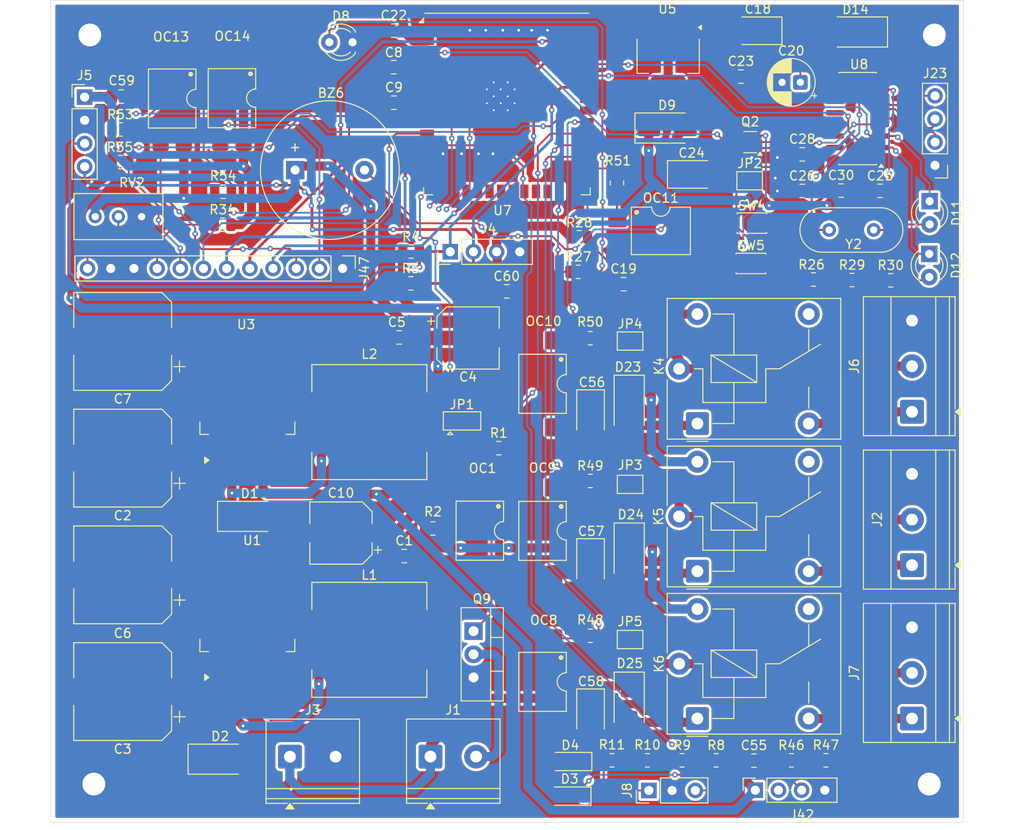
<source format=kicad_pcb>
(kicad_pcb (version 20241229) (generator "pcbnew") (generator_version "9.0")
  (layers (0 "F.Cu" signal) (2 "B.Cu" signal) (13 "F.Paste" user) (15 "B.Paste" user) (5 "F.SilkS" user "F.Silkscreen") (7 "B.SilkS" user "B.Silkscreen") (1 "F.Mask" user) (3 "B.Mask" user) (25 "Edge.Cuts" user))
  (net 0 "")
  (net 1 "+5V")
  (net 2 "Net-(BZ6--)")
  (net 3 "GND")
  (net 4 "+3.3V")
  (net 5 "VCC")
  (net 6 "/BATT_LEVEL")
  (net 7 "/SOLAR_LEVEL")
  (net 8 "Net-(D14-K)")
  (net 9 "/EN")
  (net 10 "Net-(D9-A)")
  (net 11 "Net-(U8-Xi)")
  (net 12 "Net-(U8-Xo)")
  (net 13 "Net-(JP2-A)")
  (net 14 "Net-(D23-A)")
  (net 15 "Net-(D24-A)")
  (net 16 "Net-(D25-A)")
  (net 17 "Net-(D1-K)")
  (net 18 "Net-(D2-K)")
  (net 19 "Net-(D8-A)")
  (net 20 "Net-(D11-A)")
  (net 21 "/GPIO1{slash}TX")
  (net 22 "/GPIO3{slash}RX")
  (net 23 "Net-(D12-A)")
  (net 24 "Net-(Q9-C)")
  (net 25 "/SCL")
  (net 26 "/SDA")
  (net 27 "Net-(J8-Pad3)")
  (net 28 "Net-(J8-Pad1)")
  (net 29 "/+")
  (net 30 "/-")
  (net 31 "/TRIG")
  (net 32 "Net-(J42-Pin_3)")
  (net 33 "Net-(J47-Pin_3)")
  (net 34 "/ENCODER_A")
  (net 35 "/GPIO14{slash}CLK")
  (net 36 "/ENCODER_B")
  (net 37 "Net-(J47-Pin_2)")
  (net 38 "/GPIO23{slash}MOSI")
  (net 39 "Net-(J47-Pin_12)")
  (net 40 "/ENCODER_SW")
  (net 41 "/GPIO13{slash}CS")
  (net 42 "/GPIO12")
  (net 43 "Net-(JP1-C)")
  (net 44 "/GPIO5")
  (net 48 "Net-(OC1-Pad1)")
  (net 49 "Net-(Q9-B)")
  (net 50 "Net-(OC8-Pad1)")
  (net 51 "Net-(OC9-Pad1)")
  (net 52 "Net-(OC10-Pad1)")
  (net 53 "Net-(OC11-Pad1)")
  (net 54 "Net-(OC13-Pad1)")
  (net 55 "Net-(OC14-Pad1)")
  (net 56 "/DTR")
  (net 57 "/GPIO0")
  (net 58 "/RTS")
  (net 59 "/GPIO2")
  (net 60 "/ECHO")
  (net 61 "/HEATER")
  (net 62 "/SPINNER")
  (net 63 "/HUMIDIFIER")
  (net 64 "/BUZZER")
  (net 65 "/GPIO19")
  (net 66 "/GPIO15")
  (net 70 "/GPIO36")
  (net 71 "/GPIO39")
  (net 81 "Net-(J2-Pad1)")
  (net 82 "Net-(J6-Pad1)")
  (net 83 "Net-(J7-Pad1)")
  (net 84 "/B")
  (net 85 "/C")
  (net 86 "/A")
  (footprint "Resistor_SMD:R_0805_2012Metric" (layer "F.Cu") (at 162.8175 138.99)
    (property "Reference" "R8")
    (property "Value" "NS")
  )
  (footprint "Resistor_SMD:R_0805_2012Metric" (layer "F.Cu") (at 129.4 83.22)
    (property "Reference" "R4")
    (property "Value" "10k")
  )
  (footprint "PCM_Package_DIP_AKL:SMDIP-4_W9.53mm" (layer "F.Cu") (at 143.8 113.84 -90)
    (property "Reference" "OC9")
    (property "Value" "PC817XI" (hide yes))
  )
  (footprint "Jumper:SolderJumper-2_P1.3mm_Open_Pad1.0x1.5mm" (layer "F.Cu") (at 166.49 75.47)
    (property "Reference" "JP2")
    (property "Value" "~")
  )
  (footprint "LED_THT:LED_D3.0mm" (layer "F.Cu") (at 122.99 60.28 180)
    (property "Reference" "D8")
    (property "Value" "Red")
  )
  (footprint "RF_Module:ESP32-WROOM-32" (layer "F.Cu") (at 139.9 67.125)
    (property "Reference" "U7")
    (property "Value" "ESP32-WROOM")
  )
  (footprint "Capacitor_SMD:C_0805_2012Metric_Pad1.18x1.45mm_HandSolder" (layer "F.Cu") (at 128.65 116.6 180)
    (property "Reference" "C1")
    (property "Value" "100nF")
  )
  (footprint "Potentiometer_THT:Potentiometer_Bourns_3296W_Vertical" (layer "F.Cu") (at 94.8 79.4 180)
    (property "Reference" "RV2")
    (property "Value" "10K")
  )
  (footprint "Jumper:SolderJumper-2_P1.3mm_Open_Pad1.0x1.5mm" (layer "F.Cu") (at 153.39 93.035 180)
    (property "Reference" "JP4")
    (property "Value" "~")
  )
  (footprint "PCM_Package_DIP_AKL:SMDIP-4_W9.53mm" (layer "F.Cu") (at 136.93 113.82 -90)
    (property "Reference" "OC1")
    (property "Value" "PC817XI" (hide yes))
  )
  (footprint "Package_SO:SOIC-16_3.9x9.9mm_P1.27mm" (layer "F.Cu") (at 178.305 68.655 180)
    (property "Reference" "U8")
    (property "Value" "CH340C")
  )
  (footprint "Resistor_SMD:R_0805_2012Metric" (layer "F.Cu") (at 155.2875 138.99 180)
    (property "Reference" "R10")
    (property "Value" "NS")
  )
  (footprint "TerminalBlock_Phoenix:TerminalBlock_Phoenix_MKDS-1,5-3_1x03_P5.00mm_Horizontal" (layer "F.Cu") (at 184.27 100.79 90)
    (property "Reference" "J6")
    (property "Value" "HUMIDIFIER")
  )
  (footprint "Jumper:SolderJumper-2_P1.3mm_Open_Pad1.0x1.5mm" (layer "F.Cu") (at 153.39 125.75 180)
    (property "Reference" "JP5")
    (property "Value" "~")
  )
  (footprint "Diode_SMD:D_SOD-123" (layer "F.Cu") (at 146.7475 142.91 180)
    (property "Reference" "D3")
    (property "Value" "3.3V")
  )
  (footprint "PCM_Package_DIP_AKL:SMDIP-4_W9.53mm" (layer "F.Cu") (at 103.23 66.455 -90)
    (property "Reference" "OC13")
    (property "Value" "PC817" (hide yes))
  )
  (footprint "MountingHole:MountingHole_2.5mm_Pad" (layer "F.Cu") (at 94.65 141.59)
    (property "Reference" "REF**" (hide yes))
    (property "Value" "MountingHole_2.5mm_Pad")
  )
  (footprint "Crystal:Crystal_HC49-4H_Vertical" (layer "F.Cu") (at 175.19 80.86)
    (property "Reference" "Y2")
    (property "Value" "12MHz")
  )
  (footprint "Resistor_SMD:R_0805_2012Metric" (layer "F.Cu") (at 139.01 104.77)
    (property "Reference" "R1")
    (property "Value" "10k")
  )
  (footprint "Capacitor_Tantalum_SMD:CP_EIA-3528-21_Kemet-B_HandSolder" (layer "F.Cu") (at 149.0575 101.025 -90)
    (property "Reference" "C56")
    (property "Value" "10uF")
  )
  (footprint "LED_THT:LED_D3.0mm" (layer "F.Cu") (at 186.2 77.71 -90)
    (property "Reference" "D11")
    (property "Value" "Red")
  )
  (footprint "Package_TO_SOT_SMD:SOT-363_SC-70-6" (layer "F.Cu") (at 166.54 71.23 180)
    (property "Reference" "Q2")
    (property "Value" "UMH3N")
  )
  (footprint "Diode_SMD:D_SMA" (layer "F.Cu") (at 108.4825 138.86)
    (property "Reference" "D2")
    (property "Value" "1N5824")
  )
  (footprint "Capacitor_SMD:C_0805_2012Metric_Pad1.18x1.45mm_HandSolder" (layer "F.Cu") (at 127.52 66.91)
    (property "Reference" "C9")
    (property "Value" "100nF")
  )
  (footprint "Capacitor_SMD:CP_Elec_10x12.5" (layer "F.Cu") (at 97.81 93.076667 180)
    (property "Reference" "C7")
    (property "Value" "680uF_35V")
  )
  (footprint "TerminalBlock_Phoenix:TerminalBlock_Phoenix_MKDS-1,5-3_1x03_P5.00mm_Horizontal" (layer "F.Cu") (at 184.27 134.41 90)
    (property "Reference" "J7")
    (property "Value" "HEATER")
  )
  (footprint "PCM_Package_DIP_AKL:SMDIP-4_W9.53mm" (layer "F.Cu") (at 143.8 130.39 -90)
    (property "Reference" "OC8")
    (property "Value" "PC817XI" (hide yes))
  )
  (footprint "Capacitor_SMD:CP_Elec_10x12.5" (layer "F.Cu") (at 97.81 105.87 180)
    (property "Reference" "C2")
    (property "Value" "680uF_35V")
  )
  (footprint "Resistor_SMD:R_0805_2012Metric" (layer "F.Cu") (at 147.71 85.45)
    (property "Reference" "R27")
    (property "Value" "330R")
  )
  (footprint "Package_TO_SOT_SMD:SOT-223-3_TabPin2" (layer "F.Cu") (at 157.56 61.79 -90)
    (property "Reference" "U5")
    (property "Value" "AMS1117-3.3")
  )
  (footprint "Capacitor_SMD:C_0805_2012Metric_Pad1.18x1.45mm_HandSolder" (layer "F.Cu") (at 127.5075 59.02)
    (property "Reference" "C22")
    (property "Value" "100nF")
  )
  (footprint "MountingHole:MountingHole_2.5mm_Pad" (layer "F.Cu") (at 186.16 141.59)
    (property "Reference" "REF**" (hide yes))
    (property "Value" "MountingHole_2.5mm_Pad")
  )
  (footprint "Capacitor_SMD:C_0805_2012Metric_Pad1.18x1.45mm_HandSolder" (layer "F.Cu") (at 165.53 64.05)
    (property "Reference" "C23")
    (property "Value" "100nF")
  )
  (footprint "Package_TO_SOT_SMD:TO-263-5_TabPin6" (layer "F.Cu") (at 111.465 122.25 90)
    (property "Reference" "U1")
    (property "Value" "LM2596S-3.3V")
  )
  (footprint "TerminalBlock_Phoenix:TerminalBlock_Phoenix_PT-1,5-2-5.0-H_1x02_P5.00mm_Horizontal" (layer "F.Cu") (at 131.52 138.58)
    (property "Reference" "J1")
    (property "Value" "FAN")
  )
  (footprint "Buzzer_Beeper:Buzzer_15x7.5RM7.6" (layer "F.Cu") (at 116.7 74.29)
    (property "Reference" "BZ6")
    (property "Value" "Buzzer")
  )
  (footprint "Resistor_SMD:R_0805_2012Metric" (layer "F.Cu") (at 97.56 73.43)
    (property "Reference" "R35")
    (property "Value" "10k")
  )
  (footprint "PCM_Package_DIP_AKL:SMDIP-4_W9.53mm" (layer "F.Cu") (at 156.7575 80.96)
    (property "Reference" "OC11")
    (property "Value" "PC817XI" (hide yes))
  )
  (footprint "Resistor_SMD:R_0805_2012Metric" (layer "F.Cu") (at 108.8025 76.67 180)
    (property "Reference" "R54")
    (property "Value" "150R")
  )
  (footprint "Capacitor_SMD:CP_Elec_6.3x7.7" (layer "F.Cu") (at 121.72 114.08 180)
    (property "Reference" "C10")
    (property "Value" "220uF_16V")
  )
  (footprint "Inductor_SMD:L_12x12mm_H6mm" (layer "F.Cu") (at 124.83 101.92)
    (property "Reference" "L2")
    (property "Value" "33uH")
  )
  (footprint "Capacitor_SMD:C_0805_2012Metric_Pad1.18x1.45mm_HandSolder" (layer "F.Cu") (at 172.245 76.585 180)
    (property "Reference" "C26")
    (property "Value" "22pF")
  )
  (footprint "Connector_PinSocket_2.54mm:PinSocket_1x04_P2.54mm_Vertical" (layer "F.Cu") (at 167.1 142.26 90)
    (property "Reference" "J42")
    (property "Value" "Ultra Sonic")
  )
  (footprint "Capacitor_THT:CP_Radial_D5.0mm_P2.00mm" (layer "F.Cu") (at 172.04 64.68 180)
    (property "Reference" "C20")
    (property "Value" "10uF_16V")
  )
  (footprint "Jumper:SolderJumper-3_P1.3mm_Open_Pad1.0x1.5mm" (layer "F.Cu") (at 134.98 101.79)
    (property "Reference" "JP1")
    (property "Value" "SolderJumper_3_Open")
  )
  (footprint "Capacitor_SMD:C_0805_2012Metric_Pad1.18x1.45mm_HandSolder" (layer "F.Cu") (at 166.9575 139.02 180)
    (property "Reference" "C55")
    (property "Value" "100nF")
  )
  (footprint "Connector_PinHeader_2.54mm:PinHeader_1x04_P2.54mm_Vertical" (layer "F.Cu") (at 133.69 83.25 90)
    (property "Reference" "J4")
    (property "Value" "RTC")
  )
  (footprint "Package_TO_SOT_SMD:TO-263-5_TabPin6" (layer "F.Cu") (at 111.465 98.445 90)
    (property "Reference" "U3")
    (property "Value" "LM2596S-5V")
  )
  (footprint "Relay_THT:Relay_SPDT_Finder_36.11" (layer "F.Cu") (at 160.76 102.075 90)
    (property "Reference" "K4")
    (property "Value" "RELAY")
  )
  (footprint "Capacitor_SMD:C_0805_2012Metric_Pad1.18x1.45mm_HandSolder" (layer "F.Cu") (at 97.66 66.24 180)
    (property "Reference" "C59")
    (property "Value" "100nF")
  )
  (footprint "TerminalBlock_Phoenix:TerminalBlock_Phoenix_MKDS-1,5-3_1x03_P5.00mm_Horizontal" (layer "F.Cu") (at 184.27 117.6 90)
    (property "Reference" "J2")
    (property "Value" "SPINNER")
  )
  (footprint "Capacitor_SMD:CP_Elec_10x12.5" (layer "F.Cu") (at 97.81 118.663334 180)
    (property "Reference" "C6")
    (property "Value" "680uF_35V")
  )
  (footprint "PCM_Package_DIP_AKL:SMDIP-4_W9.53mm" (layer "F.Cu") (at 109.78 66.415 -90)
    (property "Reference" "OC14")
    (property "Value" "PC817" (hide yes))
  )
  (footprint "Resistor_SMD:R_0805_2012Metric" (layer "F.Cu") (at 171.06 138.99)
    (property "Reference" "R46")
    (property "Value" "1k")
  )
  (footprint "Package_TO_SOT_THT:TO-220-3_Vertical" (layer "F.Cu") (at 136.24 124.83 -90)
    (property "Reference" "Q9")
    (property "Value" "TIP41")
  )
  (footprint "Capacitor_Tantalum_SMD:CP_EIA-3528-21_Kemet-B_HandSolder" (layer "F.Cu") (at 149.0575 133.81 -90)
    (property "Reference" "C58")
    (property "Value" "10uF")
  )
  (footprint "Connector_PinHeader_2.54mm:PinHeader_1x03_P2.54mm_Vertical" (layer "F.Cu") (at 155.45 142.29 90)
    (property "Reference" "J8")
    (property "Value" "LEVELS")
  )
  (footprint "Capacitor_SMD:C_0805_2012Metric_Pad1.18x1.45mm_HandSolder" (layer "F.Cu") (at 180.775 76.575 180)
    (property "Reference" "C25")
    (property "Value" "22pF")
  )
  (footprint "Capacitor_Tantalum_SMD:CP_EIA-3528-21_Kemet-B_HandSolder" (layer "F.Cu") (at 160.13 74.77)
    (property "Reference" "C24")
    (property "Value" "4.7uF/16V")
  )
  (footprint "Diode_SMD:D_SMA" (layer "F.Cu") (at 153.29 116.49 -90)
    (property "Reference" "D24")
    (property "Value" "1N4007")
  )
  (footprint "Inductor_SMD:L_12x12mm_H6mm" (layer "F.Cu") (at 124.83 125.78)
    (property "Reference" "L1")
    (property "Value" "33uH")
  )
  (footprint "Resistor_SMD:R_0805_2012Metric" (layer "F.Cu") (at 149.0275 92.725 180)
    (property "Reference" "R50")
    (property "Value" "10k")
  )
  (footprint "Resistor_SMD:R_0805_2012Metric" (layer "F.Cu") (at 173.49 86.29)
    (property "Reference" "R26")
    (property "Value" "10k")
  )
  (footprint "Resistor_SMD:R_0805_2012Metric" (layer "F.Cu") (at 97.55 69.84 180)
    (property "Reference" "R53")
    (property "Value" "150R")
  )
  (footprint "Capacitor_SMD:C_0805_2012Metric_Pad1.18x1.45mm_HandSolder" (layer "F.Cu") (at 127.5 63.02 180)
    (property "Reference" "C8")
    (property "Value" "100nF")
  )
  (footprint "Capacitor_Tantalum_SMD:CP_EIA-3528-21_Kemet-B_HandSolder" (layer "F.Cu") (at 167.38 59.03 180)
    (property "Reference" "C18")
    (property "Value" "4.7uF/16V")
  )
  (footprint "Diode_SMD:D_SMA" (layer "F.Cu") (at 153.29 132.83 -90)
    (property "Reference" "D25")
    (property "Value" "1N4007")
  )
  (footprint "Button_Switch_SMD:SW_SPST_CK_KXT3" (layer "F.Cu") (at 166.62 84.53 180)
    (property "Reference" "SW5")
    (property "Value" "FLASH")
  )
  (footprint "Capacitor_SMD:C_0805_2012Metric_Pad1.18x1.45mm_HandSolder" (layer "F.Cu") (at 152.67 86.8)
    (property "Reference" "C19")
    (property "Value" "470nF")
  )
  (footprint "LED_THT:LED_D3.0mm" (layer "F.Cu") (at 186.16 83.48 -90)
    (property "Reference" "D12")
    (property "Value" "Green")
  )
  (footprint "Relay_THT:Relay_SPDT_Finder_36.11" (layer "F.Cu") (at 160.76 134.4075 90)
    (property "Reference" "K6")
    (property "Value" "RELAY")
  )
  (footprint "Resistor_SMD:R_0805_2012Metric" (layer "F.Cu") (at 131.8 113.58 180)
    (property "Reference" "R2")
    (property "Value" "47k")
  )
  (footprint "Resistor_SMD:R_0805_2012Metric" (layer "F.Cu") (at 159.0875 138.99)
    (property "Reference" "R9")
    (property "Value" "NS")
  )
  (footprint "Capacitor_SMD:C_0805_2012Metric_Pad1.18x1.45mm_HandSolder" (layer "F.Cu") (at 176.505 76.545)
    (property "Reference" "C30")
    (property "Value" "100nF")
  )
  (footprint "Jumper:SolderJumper-2_P1.3mm_Open_Pad1.0x1.5mm" (layer "F.Cu") (at 153.39 108.74 180)
    (property "Reference" "JP3")
    (property "Value" "~")
  )
  (footprint "TerminalBlock_Phoenix:TerminalBlock_Phoenix_PT-1,5-2-5.0-H_1x02_P5.00mm_Horizontal" (layer "F.Cu") (at 116.13 138.59)
    (property "Reference" "J3")
    (property "Value" "BMS")
  )
  (footprint "Capacitor_SMD:C_0805_2012Metric_Pad1.18x1.45mm_HandSolder" (layer "F.Cu") (at 128.0975 92.64)
    (property "Reference" "C5")
    (property "Value" "100nF")
  )
  (footprint "Resistor_SMD:R_0805_2012Metric" (layer "F.Cu") (at 147.82 81.66 180)
    (property "Reference" "R28")
    (property "Value" "10k")
  )
  (footprint "Diode_SMD:D_SOD-123" (layer "F.Cu") (at 146.8375 139.12 180)
    (property "Reference" "D4")
    (property "Value" "3.3V")
  )
  (footprint "Resistor_SMD:R_0805_2012Metric" (layer "F.Cu") (at 181.94 86.38)
    (property "Reference" "R30")
    (property "Value" "330R")
  )
  (footprint "Capacitor_SMD:C_0805_2012Metric_Pad1.18x1.45mm_HandSolder" (layer "F.Cu") (at 139.8725 87.59 180)
    (property "Reference" "C60")
    (property "Value" "100nF")
  )
  (footprint "Resistor_SMD:R_0805_2012Metric" (layer "F.Cu") (at 151.95 75.71 -90)
    (property "Reference" "R51")
    (property "Value" "10k")
  )
  (footprint "Capacitor_Tantalum_SMD:CP_EIA-3528-21_Kemet-B_HandSolder" (layer "F.Cu") (at 149.0575 117.3425 -90)
    (property "Reference" "C57")
    (property "Value" "10uF")
  )
  (footprint "MountingHole:MountingHole_2.5mm_Pad" (layer "F.Cu") (at 94.21 59.49)
    (property "Reference" "REF**" (hide yes))
    (property "Value" "MountingHole_2.5mm_Pad")
  )
  (footprint "Resistor_SMD:R_0805_2012Metric" (layer "F.Cu") (at 151.4075 138.99 180)
    (property "Reference" "R11")
    (property "Value" "NS")
  )
  (footprint "PCM_Package_DIP_AKL:SMDIP-4_W9.53mm" (layer "F.Cu") (at 143.8 97.72 -90)
    (property "Reference" "OC10")
    (property "Value" "PC817XI" (hide yes))
  )
  (footprint "Button_Switch_SMD:SW_SPST_CK_KXT3" (layer "F.Cu") (at 166.73 80.11 180)
    (property "Reference" "SW4")
    (property "Value" "RESET")
  )
  (footprint "Resistor_SMD:R_0805_2012Metric" (layer "F.Cu") (at 177.7 86.35)
    (property "Reference" "R29")
    (property "Value" "330R")
  )
  (footprint "Diode_SMD:D_SMA" (layer "F.Cu") (at 111.71 112.25)
    (property "Reference" "D1")
    (property "Value" "1N5824")
  )
  (footprint "Connector_PinHeader_2.54mm:PinHeader_1x12_P2.54mm_Vertical" (layer "F.Cu") (at 121.9 85.08 -90)
    (property "Reference" "J47")
    (property "Value" "SCREEN")
  )
  (footprint "Capacitor_SMD:CP_Elec_6.3x7.7" (layer "F.Cu") (at 135.64 92.7)
    (property "Reference" "C4")
    (property "Value" "220uF_16V")
  )
  (footprint "Resistor_SMD:R_0805_2012Metric" (layer "F.Cu") (at 108.7525 80.28)
    (property "Reference" "R34")
    (property "Value" "10k")
  )
  (footprint "Diode_SMD:D_SMA" (layer "F.Cu") (at 153.29 100.2875 -90)
    (property "Reference" "D23")
    (property "Value" "1N4007")
  )
  (footprint "Diode_SMD:D_SMA" (layer "F.Cu") (at 157.432387 69.69)
    (property "Reference" "D9")
    (property "Value" "1N5819")
  )
  (footprint "Resistor_SMD:R_0805_2012Metric" (layer "F.Cu") (at 174.84 138.99 180)
    (property "Reference" "R47")
    (property "Value" "2k")
  )
  (footprint "Resistor_SMD:R_0805_2012Metric" (layer "F.Cu") (at 149.0275 108.37)
    (property "Reference" "R49")
    (property "Value" "10k")
  )
  (footprint "Connector_PinHeader_2.54mm:PinHeader_1x04_P2.54mm_Vertical" (layer "F.Cu") (at 186.79 73.78 180)
    (property "Reference" "J23")
    (property "Value" "USB_C Conn")
  )
  (footprint "MountingHole:MountingHole_2.5mm_Pad" (layer "F.Cu") (at 186.72 59.49)
    (property "Reference" "REF**" (hide yes))
    (property "Value" "MountingHole_2.5mm_Pad")
  )
  (footprint "Relay_THT:Relay_SPDT_Finder_36.11" (layer "F.Cu") (at 160.76 118.265 90)
    (property "Reference" "K5")
    (property "Value" "RELAY")
  )
  (footprint "Resistor_SMD:R_0805_2012Metric" (layer "F.Cu") (at 129.3725 86.72 180)
    (property "Reference" "R5")
    (property "Value" "10k")
  )
  (footprint "Resistor_SMD:R_0805_2012Metric" (layer "F.Cu") (at 149.0275 125.34 180)
    (property "Reference" "R48")
    (property "Value" "10k")
  )
  (footprint "Capacitor_SMD:C_0805_2012Metric_Pad1.18x1.45mm_HandSolder" (layer "F.Cu") (at 172.245 72.575)
    (property "Reference" "C28")
    (property "Value" "100nF")
  )
  (footprint "Connector_PinHeader_2.54mm:PinHeader_1x04_P2.54mm_Vertical" (layer "F.Cu") (at 93.64 66.3)
    (property "Reference" "J5")
    (property "Value" "AHT20")
  )
  (footprint "Diode_SMD:D_SMA" (layer "F.Cu") (at 178.0775 59.16 180)
    (property "Reference" "D14")
    (property "Value" "1N5819")
  )
  (footprint "Capacitor_SMD:CP_Elec_10x12.5" (layer "F.Cu") (at 97.81 131.456667 180)
    (property "Reference" "C3")
    (property "Value" "680uF_35V")
  )
  (gr_rect (start 89.94 55.68) (end 189.9 145.78) (stroke (width 0.05)) (fill no) (layer "Edge.Cuts"))
  (segment (start 113.73 109.82) (end 126.82 109.82) (width 1) (layer "F.Cu") (net 1))
  (segment (start 120.26 73.86) (end 117.13 73.86) (width 1) (layer "F.Cu") (net 1))
  (segment (start 113.165 109.255) (end 113.73 109.82) (width 1) (layer "F.Cu") (net 1))
  (segment (start 117.13 73.86) (end 116.7 74.29) (width 1) (layer "F.Cu") (net 1))
  (segment (start 129.78 106.86) (end 129.78 101.92) (width 1) (layer "F.Cu") (net 1))
  (segment (start 124.99 87.37) (end 129.135 91.515) (width 1) (layer "F.Cu") (net 1))
  (segment (start 126.82 109.82) (end 129.78 106.86) (width 1) (layer "F.Cu") (net 1))
  (segment (start 129.78 93.285) (end 129.135 92.64) (width 1) (layer "F.Cu") (net 1))
  (segment (start 129.135 92.64) (end 132.88 92.64) (width 1) (layer "F.Cu") (net 1))
  (segment (start 129.135 91.515) (end 129.135 92.64) (width 1) (layer "F.Cu") (net 1))
  (segment (start 124.99 78.25) (end 124.99 87.37) (width 1) (layer "F.Cu") (net 1))
  (segment (start 104.5 71.22) (end 104.5 77.39) (width 1) (layer "F.Cu") (net 1))
  (segment (start 165.92 141.08) (end 167.1 142.26) (width 1) (layer "F.Cu") (net 1))
  (segment (start 113.165 106.095) (end 113.165 109.255) (width 1) (layer "F.Cu") (net 1))
  (segment (start 129.78 101.92) (end 129.78 93.285) (width 1) (layer "F.Cu") (net 1))
  (segment (start 165.92 139.02) (end 165.92 141.08) (width 1) (layer "F.Cu") (net 1))
  (segment (start 132.88 92.64) (end 132.94 92.7) (width 1) (layer "F.Cu") (net 1))
  (via (at 104.5 77.39) (size 1) (drill 0.3) (layers "F.Cu" "B.Cu") (net 1))
  (via (at 125.61 109.82) (size 1) (drill 0.3) (layers "F.Cu" "B.Cu") (net 1))
  (via (at 124.99 78.25) (size 1) (drill 0.3) (layers "F.Cu" "B.Cu") (net 1))
  (via (at 120.26 73.86) (size 1) (drill 0.3) (layers "F.Cu" "B.Cu") (net 1))
  (segment (start 164.93 144.43) (end 167.1 142.26) (width 1) (layer "B.Cu") (net 1))
  (segment (start 125.61 109.82) (end 125.66 109.82) (width 1) (layer "B.Cu") (net 1))
  (segment (start 94.8 79.4) (end 94.8 78.47) (width 1) (layer "B.Cu") (net 1))
  (segment (start 115.6 77.39) (end 116.7 76.29) (width 1) (layer "B.Cu") (net 1))
  (segment (start 120.64 73.86) (end 124.99 78.21) (width 1) (layer "B.Cu") (net 1))
  (segment (start 120.26 73.86) (end 120.64 73.86) (width 1) (layer "B.Cu") (net 1))
  (segment (start 124.99 78.21) (end 124.99 78.25) (width 1) (layer "B.Cu") (net 1))
  (segment (start 104.5 77.39) (end 115.6 77.39) (width 1) (layer "B.Cu") (net 1))
  (segment (start 116.7 76.29) (end 116.7 74.29) (width 1) (layer "B.Cu") (net 1))
  (segment (start 95.88 77.39) (end 104.5 77.39) (width 1) (layer "B.Cu") (net 1))
  (segment (start 142.19 141.88) (end 144.74 144.43) (width 1) (layer "B.Cu") (net 1))
  (segment (start 94.8 78.47) (end 95.88 77.39) (width 1) (layer "B.Cu") (net 1))
  (segment (start 142.19 126.35) (end 142.19 141.88) (width 1) (layer "B.Cu") (net 1))
  (segment (start 125.66 109.82) (end 142.19 126.35) (width 1) (layer "B.Cu") (net 1))
  (segment (start 144.74 144.43) (end 164.93 144.43) (width 1) (layer "B.Cu") (net 1))
  (segment (start 136.71 80.13) (end 130.14 80.13) (width 0.2) (layer "F.Cu") (net 2))
  (segment (start 146.259943 82.95) (end 144.849943 81.54) (width 0.2) (layer "F.Cu") (net 2))
  (segment (start 144.849943 81.54) (end 141.11 81.54) (width 0.2) (layer "F.Cu") (net 2))
  (segment (start 130.14 80.13) (end 124.3 74.29) (width 0.2) (layer "F.Cu") (net 2))
  (segment (start 147.37 82.95) (end 146.259943 82.95) (width 0.2) (layer "F.Cu") (net 2))
  (segment (start 161.5225 79.69) (end 157.88 79.69) (width 0.2) (layer "F.Cu") (net 2))
  (segment (start 157.88 79.69) (end 156.77 80.8) (width 0.2) (layer "F.Cu") (net 2))
  (segment (start 137.11 80.53) (end 136.71 80.13) (width 0.2) (layer "F.Cu") (net 2))
  (via (at 137.11 80.53) (size 0.6) (drill 0.3) (layers "F.Cu" "B.Cu") (net 2))
  (via (at 156.77 80.8) (size 0.6) (drill 0.3) (layers "F.Cu" "B.Cu") (net 2))
  (via (at 147.37 82.95) (size 0.6) (drill 0.3) (layers "F.Cu" "B.Cu") (net 2))
  (via (at 141.11 81.54) (size 0.6) (drill 0.3) (layers "F.Cu" "B.Cu") (net 2))
  (segment (start 138.12 81.54) (end 137.11 80.53) (width 0.2) (layer "B.Cu") (net 2))
  (segment (start 149.52 80.8) (end 147.37 82.95) (width 0.2) (layer "B.Cu") (net 2))
  (segment (start 141.11 81.54) (end 138.12 81.54) (width 0.2) (layer "B.Cu") (net 2))
  (segment (start 156.77 80.8) (end 149.52 80.8) (width 0.2) (layer "B.Cu") (net 2))
  (via (at 139.45 58.97) (size 1) (drill 0.3) (layers "F.Cu" "B.Cu") (net 3))
  (via (at 144.35 58.97) (size 1) (drill 0.3) (layers "F.Cu" "B.Cu") (net 3))
  (via (at 134.93 72.51) (size 1) (drill 0.3) (layers "F.Cu" "B.Cu") (net 3))
  (via (at 169.29 75.18) (size 1) (drill 0.3) (layers "F.Cu" "B.Cu") (net 3))
  (via (at 141.19 58.97) (size 1) (drill 0.3) (layers "F.Cu" "B.Cu") (net 3))
  (via (at 132.89 72.51) (size 1) (drill 0.3) (layers "F.Cu" "B.Cu") (net 3))
  (via (at 137.58 58.97) (size 1) (drill 0.3) (layers "F.Cu" "B.Cu") (net 3))
  (via (at 138.37 72.51) (size 1) (drill 0.3) (layers "F.Cu" "B.Cu") (net 3))
  (via (at 142.61 58.97) (size 1) (drill 0.3) (layers "F.Cu" "B.Cu") (net 3))
  (via (at 166.72 72.92) (size 1) (drill 0.3) (layers "F.Cu" "B.Cu") (net 3))
  (via (at 136.78 72.51) (size 1) (drill 0.3) (layers "F.Cu" "B.Cu") (net 3))
  (via (at 169.52 72.92) (size 1) (drill 0.3) (layers "F.Cu" "B.Cu") (net 3))
  (via (at 169.52 76.59) (size 1) (drill 0.3) (layers "F.Cu" "B.Cu") (net 3))
  (via (at 135.84 58.97) (size 1) (drill 0.3) (layers "F.Cu" "B.Cu") (net 3))
  (segment (start 124.42 114.08) (end 126.51 114.08) (width 1) (layer "F.Cu") (net 4))
  (segment (start 181.0275 87.4225) (end 181.0275 86.38) (width 1) (layer "F.Cu") (net 4))
  (segment (start 109.665 80.28) (end 110.73 80.28) (width 1) (layer "F.Cu") (net 4))
  (segment (start 92.25 88.2) (end 92.25 78.64) (width 1) (layer "F.Cu") (net 4))
  (segment (start 132.31 89.43) (end 138.11 89.43) (width 1) (layer "F.Cu") (net 4))
  (segment (start 128.46 83.2475) (end 128.4875 83.22) (width 1) (layer "F.Cu") (net 4))
  (segment (start 95.29 66.24) (end 93.7 66.24) (width 1) (layer "F.Cu") (net 4))
  (segment (start 128.46 86.72) (end 128.46 88.31) (width 1) (layer "F.Cu") (net 4))
  (segment (start 155.43 69.692387) (end 155.432387 69.69) (width 1) (layer "F.Cu") (net 4))
  (segment (start 174.4025 86.29) (end 176.7275 86.29) (width 1) (layer "F.Cu") (net 4))
  (segment (start 113.165 129.9) (end 113.165 133.285) (width 1) (layer "F.Cu") (net 4))
  (segment (start 130.39 111.22) (end 132.35 109.26) (width 1) (layer "F.Cu") (net 4))
  (segment (start 129.67 60.145) (end 128.545 59.02) (width 1) (layer "F.Cu") (net 4))
  (segment (start 127.67 57.12) (end 128.545 57.995) (width 1) (layer "F.Cu") (net 4))
  (segment (start 111.05 71.18) (end 111.05 66.53) (width 1) (layer "F.Cu") (net 4))
  (segment (start 180.01 88.44) (end 181.0275 87.4225) (width 1) (layer "F.Cu") (net 4))
  (segment (start 175.4675 76.545) (end 175.4675 77.6525) (width 1) (layer "F.Cu") (net 4))
  (segment (start 176.7875 86.35) (end 176.7875 87.6375) (width 1) (layer "F.Cu") (net 4))
  (segment (start 128.545 57.995) (end 128.545 59.02) (width 1) (layer "F.Cu") (net 4))
  (segment (start 167.14 76.71) (end 167.14 75.47) (width 1) (layer "F.Cu") (net 4))
  (segment (start 92.25 78.64) (end 96.6475 74.2425) (width 1) (layer "F.Cu") (net 4))
  (segment (start 177.64 79.44) (end 176.38 78.18) (width 1) (layer "F.Cu") (net 4))
  (segment (start 138.77 83.25) (end 138.77 82.047919) (width 1) (layer "F.Cu") (net 4))
  (segment (start 177.64 83.77) (end 177.64 79.44) (width 1) (layer "F.Cu") (net 4))
  (segment (start 120.46 57.12) (end 127.67 57.12) (width 1) (layer "F.Cu") (net 4))
  (segment (start 111.05 73.88) (end 111.92 74.75) (width 1) (layer "F.Cu") (net 4))
  (segment (start 127.6125 115.1825) (end 127.095 114.665) (width 1) (layer "F.Cu") (net 4))
  (segment (start 175.4675 73.4625) (end 175.83 73.1) (width 1) (layer "F.Cu") (net 4))
  (segment (start 177.59 88.44) (end 180.01 88.44) (width 1) (layer "F.Cu") (net 4))
  (segment (start 129.58 89.43) (end 132.31 89.43) (width 1) (layer "F.Cu") (net 4))
  (segment (start 175.4675 76.545) (end 175.4675 73.4625) (width 1) (layer "F.Cu") (net 4))
  (segment (start 138.835 83.315) (end 138.77 83.25) (width 1) (layer "F.Cu") (net 4))
  (segment (start 138.77 82.047919) (end 140.377919 80.44) (width 1) (layer "F.Cu") (net 4))
  (segment (start 127.095 114.665) (end 127.095 114.515) (width 1) (layer "F.Cu") (net 4))
  (segment (start 131.15 60.145) (end 129.67 60.145) (width 1) (layer "F.Cu") (net 4))
  (segment (start 114.05 134.17) (end 126.2 134.17) (width 1) (layer "F.Cu") (net 4))
  (segment (start 138.835 88.705) (end 138.835 87.59) (width 1) (layer "F.Cu") (net 4))
  (segment (start 155.43 72.16) (end 155.43 69.692387) (width 1) (layer "F.Cu") (net 4))
  (segment (start 127.095 114.515) (end 130.39 111.22) (width 1) (layer "F.Cu") (net 4))
  (segment (start 138.11 89.43) (end 138.835 88.705) (width 1) (layer "F.Cu") (net 4))
  (segment (start 132.35 109.26) (end 132.35 95.79) (width 1) (layer "F.Cu") (net 4))
  (segment (start 127.095 114.665) (end 126.51 114.08) (width 1) (layer "F.Cu") (net 4))
  (segment (start 168.61 78.18) (end 167.14 76.71) (width 1) (layer "F.Cu") (net 4))
  (segment (start 176.7875 86.35) (end 176.7875 84.6225) (width 1) (layer "F.Cu") (net 4))
  (segment (start 176.7875 84.6225) (end 177.64 83.77) (width 1) (layer "F.Cu") (net 4))
  (segment (start 140.377919 80.44) (end 145.6875 80.44) (width 1) (layer "F.Cu") (net 4))
  (segment (start 146.9075 79.9325) (end 146.9075 81.66) (width 1) (layer "F.Cu") (net 4))
  (segment (start 175.4675 77.6525) (end 174.94 78.18) (width 1) (layer "F.Cu") (net 4))
  (segment (start 128.46 86.72) (end 128.46 83.2475) (width 1) (layer "F.Cu") (net 4))
  (segment (start 176.38 78.18) (end 174.94 78.18) (width 1) (layer "F.Cu") (net 4))
  (segment (start 127.6125 116.6) (end 127.6125 123.6125) (width 1) (layer "F.Cu") (net 4))
  (segment (start 96.6475 71.7675) (end 96.62 71.74) (width 1) (layer "F.Cu") (net 4))
  (segment (start 166.24 77.61) (end 166.17 77.61) (width 1) (layer "F.Cu") (net 4))
  (segment (start 110.73 80.28) (end 111.92 79.09) (width 1) (layer "F.Cu") (net 4))
  (segment (start 92.16 88.29) (end 92.25 88.2) (width 1) (layer "F.Cu") (net 4))
  (segment (start 176.7275 86.29) (end 176.7875 86.35) (width 1) (layer "F.Cu") (net 4))
  (segment (start 96.6475 74.2425) (end 96.6475 73.43) (width 1) (layer "F.Cu") (net 4))
  (segment (start 138.835 87.59) (end 138.835 83.315) (width 1) (layer "F.Cu") (net 4))
  (segment (start 96.6475 73.43) (end 96.6475 71.7675) (width 1) (layer "F.Cu") (net 4))
  (segment (start 129.78 130.59) (end 129.78 125.78) (width 1) (layer "F.Cu") (net 4))
  (segment (start 111.92 79.09) (end 111.92 74.75) (width 1) (layer "F.Cu") (net 4))
  (segment (start 93.7 66.24) (end 93.64 66.3) (width 1) (layer "F.Cu") (net 4))
  (segment (start 176.7875 87.6375) (end 177.59 88.44) (width 1) (layer "F.Cu") (net 4))
  (segment (start 128.46 88.31) (end 129.58 89.43) (width 1) (layer "F.Cu") (net 4))
  (segment (start 111.05 66.53) (end 120.46 57.12) (width 1) (layer "F.Cu") (net 4))
  (segment (start 145.6875 80.44) (end 146.9075 81.66) (width 1) (layer "F.Cu") (net 4))
  (segment (start 167.14 76.71) (end 166.24 77.61) (width 1) (layer "F.Cu") (net 4))
  (segment (start 113.165 133.285) (end 114.05 134.17) (width 1) (layer "F.Cu") (net 4))
  (segment (start 127.6125 116.6) (end 127.6125 115.1825) (width 1) (layer "F.Cu") (net 4))
  (segment (start 96.6225 66.24) (end 95.29 66.24) (width 1) (layer "F.Cu") (net 4))
  (segment (start 147.44 79.4) (end 146.9075 79.9325) (width 1) (layer "F.Cu") (net 4))
  (segment (start 111.05 71.18) (end 111.05 73.88) (width 1) (layer "F.Cu") (net 4))
  (segment (start 127.6125 123.6125) (end 129.78 125.78) (width 1) (layer "F.Cu") (net 4))
  (segment (start 126.2 134.17) (end 129.78 130.59) (width 1) (layer "F.Cu") (net 4))
  (via (at 168.61 78.18) (size 1) (drill 0.3) (layers "F.Cu" "B.Cu") (net 4))
  (via (at 155.43 72.16) (size 1) (drill 0.3) (layers "F.Cu" "B.Cu") (net 4))
  (via (at 111.05 73.88) (size 1) (drill 0.3) (layers "F.Cu" "B.Cu") (net 4))
  (via (at 96.62 71.74) (size 1) (drill 0.3) (layers "F.Cu" "B.Cu") (net 4))
  (via (at 92.16 88.29) (size 1) (drill 0.3) (layers "F.Cu" "B.Cu") (net 4))
  (via (at 132.35 95.79) (size 1) (drill 0.3) (layers "F.Cu" "B.Cu") (net 4))
  (via (at 147.44 79.4) (size 1) (drill 0.3) (layers "F.Cu" "B.Cu") (net 4))
  (via (at 174.94 78.18) (size 1) (drill 0.3) (layers "F.Cu" "B.Cu") (net 4))
  (via (at 166.17 77.61) (size 1) (drill 0.3) (layers "F.Cu" "B.Cu") (net 4))
  (via (at 132.31 89.43) (size 1) (drill 0.3) (layers "F.Cu" "B.Cu") (net 4))
  (segment (start 96.62 66.97) (end 95.95 66.3) (width 1) (layer "B.Cu") (net 4))
  (segment (start 166.17 77.61) (end 157.95 77.61) (width 1) (layer "B.Cu") (net 4))
  (segment (start 157.95 77.61) (end 156.05 75.71) (width 1) (layer "B.Cu") (net 4))
  (segment (start 111.03 73.86) (end 111.05 73.88) (width 1) (layer "B.Cu") (net 4))
  (segment (start 132.35 89.47) (end 132.31 89.43) (width 1) (layer "B.Cu") (net 4))
  (segment (start 132.31 89.43) (end 93.3 89.43) (width 1) (layer "B.Cu") (net 4))
  (segment (start 147.44 79.4) (end 147.83 79.01) (width 1) (layer "B.Cu") (net 4))
  (segment (start 155.43 75.09) (end 155.43 72.16) (width 1) (layer "B.Cu") (net 4))
  (segment (start 132.35 95.79) (end 132.35 89.47) (width 1) (layer "B.Cu") (net 4))
  (segment (start 95.95 66.3) (end 93.64 66.3) (width 1) (layer "B.Cu") (net 4))
  (segment (start 96.62 71.74) (end 96.62 66.97) (width 1) (layer "B.Cu") (net 4))
  (segment (start 96.62 71.74) (end 96.62 72.04) (width 1) (layer "B.Cu") (net 4))
  (segment (start 93.3 89.43) (end 92.16 88.29) (width 1) (layer "B.Cu") (net 4))
  (segment (start 152.75 79.01) (end 156.05 75.71) (width 1) (layer "B.Cu") (net 4))
  (segment (start 98.44 73.86) (end 111.03 73.86) (width 1) (layer "B.Cu") (net 4))
  (segment (start 156.05 75.71) (end 155.43 75.09) (width 1) (layer "B.Cu") (net 4))
  (segment (start 168.61 78.18) (end 174.94 78.18) (width 1) (layer "B.Cu") (net 4))
  (segment (start 147.83 79.01) (end 152.75 79.01) (width 1) (layer "B.Cu") (net 4))
  (segment (start 96.62 72.04) (end 98.44 73.86) (width 1) (layer "B.Cu") (net 4))
  (segment (start 149.0575 131.6025) (end 149.0575 132.1825) (width 1) (layer "F.Cu") (net 5))
  (segment (start 130.8875 114.5775) (end 130.8875 113.58) (width 1) (layer "F.Cu") (net 5))
  (segment (start 153.355 106.265) (end 152.74 106.88) (width 1) (layer "F.Cu") (net 5))
  (segment (start 107.84 105.87) (end 108.065 106.095) (width 1) (layer "F.Cu") (net 5))
  (segment (start 150.2825 114.49) (end 149.0575 115.715) (width 1) (layer "F.Cu") (net 5))
  (segment (start 149.0575 99.3975) (end 149.0575 98.7925) (width 1) (layer "F.Cu") (net 5))
  (segment (start 152.74 111.4) (end 153.29 111.95) (width 1) (layer "F.Cu") (net 5))
  (segment (start 143.4875 132.1825) (end 149.0575 132.1825) (width 1) (layer "F.Cu") (net 5))
  (segment (start 152.74 130.28) (end 153.29 130.83) (width 1) (layer "F.Cu") (net 5))
  (segment (start 152.74 97.7375) (end 153.29 98.2875) (width 1) (layer "F.Cu") (net 5))
  (segment (start 102.01 131.456667) (end 102.01 140.44) (width 1) (layer "F.Cu") (net 5))
  (segment (start 131.52 137.33) (end 136.66 132.19) (width 1) (layer "F.Cu") (net 5))
  (segment (start 102.01 105.87) (end 107.84 105.87) (width 1) (layer "F.Cu") (net 5))
  (segment (start 152.74 108.74) (end 152.74 111.4) (width 1) (layer "F.Cu") (net 5))
  (segment (start 116.13 141.36) (end 116.13 138.59) (width 1) (layer "F.Cu") (net 5))
  (segment (start 103.566667 129.9) (end 102.01 131.456667) (width 1) (layer "F.Cu") (net 5))
  (segment (start 154.3025 122.4075) (end 160.76 122.4075) (width 1) (layer "F.Cu") (net 5))
  (segment (start 114.69 142.8) (end 116.13 141.36) (width 1) (layer "F.Cu") (net 5))
  (segment (start 155.83 116.15) (end 155.83 115.16) (width 1) (layer "F.Cu") (net 5))
  (segment (start 152.74 125.75) (end 152.74 130.28) (width 1) (layer "F.Cu") (net 5))
  (segment (start 155.71 99.5) (end 155.71 99.07) (width 1) (layer "F.Cu") (net 5))
  (segment (start 155.71 99.07) (end 154.9275 98.2875) (width 1) (layer "F.Cu") (net 5))
  (segment (start 152.74 93.035) (end 152.74 97.7375) (width 1) (layer "F.Cu") (net 5))
  (segment (start 152.74 91.05) (end 153.715 90.075) (width 1) (layer "F.Cu") (net 5))
  (segment (start 153.715 90.075) (end 160.76 90.075) (width 1) (layer "F.Cu") (net 5))
  (segment (start 152.74 93.035) (end 152.74 91.05) (width 1) (layer "F.Cu") (net 5))
  (segment (start 102.01 140.44) (end 104.37 142.8) (width 1) (layer "F.Cu") (net 5))
  (segment (start 152.74 106.88) (end 152.74 108.74) (width 1) (layer "F.Cu") (net 5))
  (segment (start 149.83 130.83) (end 149.0575 131.6025) (width 1) (layer "F.Cu") (net 5))
  (segment (start 153.29 114.49) (end 153.29 111.95) (width 1) (layer "F.Cu") (net 5))
  (segment (start 108.065 129.9) (end 103.566667 129.9) (width 1) (layer "F.Cu") (net 5))
  (segment (start 152.74 125.75) (end 152.74 123.97) (width 1) (layer "F.Cu") (net 5))
  (segment (start 149.0575 98.7925) (end 149.5625 98.2875) (width 1) (layer "F.Cu") (net 5))
  (segment (start 102.01 118.663334) (end 102.01 105.87) (width 1) (layer "F.Cu") (net 5))
  (segment (start 131.52 138.58) (end 131.52 137.33) (width 1) (layer "F.Cu") (net 5))
  (segment (start 154.9275 98.2875) (end 153.29 98.2875) (width 1) (layer "F.Cu") (net 5))
  (segment (start 104.37 142.8) (end 114.69 142.8) (width 1) (layer "F.Cu") (net 5))
  (segment (start 152.74 123.97) (end 154.3025 122.4075) (width 1) (layer "F.Cu") (net 5))
  (segment (start 140.095 115.715) (end 140.09 115.71) (width 1) (layer "F.Cu") (net 5))
  (segment (start 143.48 132.19) (end 143.4875 132.1825) (width 1) (layer "F.Cu") (net 5))
  (segment (start 160.76 106.265) (end 153.355 106.265) (width 1) (layer "F.Cu") (net 5))
  (segment (start 153.29 130.83) (end 149.83 130.83) (width 1) (layer "F.Cu") (net 5))
  (segment (start 132.02 115.71) (end 130.8875 114.5775) (width 1) (layer "F.Cu") (net 5))
  (segment (start 155.83 115.16) (end 155.16 114.49) (width 1) (layer "F.Cu") (net 5))
  (segment (start 102.01 118.663334) (end 102.01 131.456667) (width 1) (layer "F.Cu") (net 5))
  (segment (start 134.83 115.71) (end 132.02 115.71) (width 1) (layer "F.Cu") (net 5))
  (segment (start 149.0575 115.715) (end 140.095 115.715) (width 1) (layer "F.Cu") (net 5))
  (segment (start 102.01 105.87) (end 102.01 93.076667) (width 1) (layer "F.Cu") (net 5))
  (segment (start 136.66 132.19) (end 143.48 132.19) (width 1) (layer "F.Cu") (net 5))
  (segment (start 155.16 114.49) (end 153.29 114.49) (width 1) (layer "F.Cu") (net 5))
  (segment (start 153.29 114.49) (end 150.2825 114.49) (width 1) (layer "F.Cu") (net 5))
  (segment (start 149.5625 98.2875) (end 153.29 98.2875) (width 1) (layer "F.Cu") (net 5))
  (via (at 134.83 115.71) (size 1) (drill 0.3) (layers "F.Cu" "B.Cu") (net 5))
  (via (at 155.83 116.15) (size 1) (drill 0.3) (layers "F.Cu" "B.Cu") (net 5))
  (via (at 140.09 115.71) (size 1) (drill 0.3) (layers "F.Cu" "B.Cu") (net 5))
  (via (at 155.71 99.5) (size 1) (drill 0.3) (layers "F.Cu" "B.Cu") (net 5))
  (segment (start 116.13 138.59) (end 116.13 141.08) (width 1) (layer "B.Cu") (net 5))
  (segment (start 117.28 142.23) (end 129.75 142.23) (width 1) (layer "B.Cu") (net 5))
  (segment (start 134.83 115.71) (end 140.09 115.71) (width 1) (layer "B.Cu") (net 5))
  (segment (start 155.71 104.82) (end 155.71 99.5) (width 1) (layer "B.Cu") (net 5))
  (segment (start 131.52 140.46) (end 131.52 138.58) (width 1) (layer "B.Cu") (net 5))
  (segment (start 129.75 142.23) (end 131.52 140.46) (width 1) (layer "B.Cu") (net 5))
  (segment (start 116.13 141.08) (end 117.28 142.23) (width 1) (layer "B.Cu") (net 5))
  (segment (start 160.76 106.265) (end 157.155 106.265) (width 1) (layer "B.Cu") (net 5))
  (segment (start 155.83 120.56) (end 155.83 116.15) (width 1) (layer "B.Cu") (net 5))
  (segment (start 157.155 106.265) (end 155.71 104.82) (width 1) (layer "B.Cu") (net 5))
  (segment (start 160.76 122.4075) (end 157.6775 122.4075) (width 1) (layer "B.Cu") (net 5))
  (segment (start 157.6775 122.4075) (end 155.83 120.56) (width 1) (layer "B.Cu") (net 5))
  (segment (start 151.83 137.5) (end 152.32 137.99) (width 0.2) (layer "F.Cu") (net 6))
  (segment (start 128.545 64.885) (end 128.545 63.0275) (width 0.2) (layer "F.Cu") (net 6))
  (segment (start 148.4875 138.0825) (end 149.07 137.5) (width 0.2) (layer "F.Cu") (net 6))
  (segment (start 131.15 65.225) (end 135.225 65.225) (width 0.2) (layer "F.Cu") (net 6))
  (segment (start 135.225 65.225) (end 135.8 65.8) (width 0.2) (layer "F.Cu") (net 6))
  (segment (start 131.15 65.225) (end 128.885 65.225) (width 0.2) (layer "F.Cu") (net 6))
  (segment (start 152.32 138.99) (end 154.375 138.99) (width 0.2) (layer "F.Cu") (net 6))
  (segment (start 135.8 65.8) (end 135.8 70.79) (width 0.2) (layer "F.Cu") (net 6))
  (segment (start 148.4875 139.12) (end 148.4875 138.0825) (width 0.2) (layer "F.Cu") (net 6))
  (segment (start 152.32 137.99) (end 152.32 138.99) (width 0.2) (layer "F.Cu") (net 6))
  (segment (start 135.8 70.79) (end 135.82 70.81) (width 0.2) (layer "F.Cu") (net 6))
  (segment (start 128.545 63.0275) (end 128.5375 63.02) (width 0.2) (layer "F.Cu") (net 6))
  (segment (start 149.07 137.5) (end 151.83 137.5) (width 0.2) (layer "F.Cu") (net 6))
  (segment (start 128.885 65.225) (end 128.545 64.885) (width 0.2) (layer "F.Cu") (net 6))
  (via (at 133.27 78.6) (size 0.6) (drill 0.3) (layers "F.Cu" "B.Cu") (net 6))
  (via (at 135.82 70.81) (size 0.6) (drill 0.3) (layers "F.Cu" "B.Cu") (net 6))
  (segment (start 135.82 75.15) (end 135.82 76.05) (width 0.2) (layer "B.Cu") (net 6))
  (segment (start 135.82 70.81) (end 135.82 75.15) (width 0.2) (layer "B.Cu") (net 6))
  (segment (start 135.82 76.05) (end 133.27 78.6) (width 0.2) (layer "B.Cu") (net 6))
  (segment (start 130.305 66.495) (end 129.89 66.91) (width 0.2) (layer "F.Cu") (net 7))
  (segment (start 158.3 140.57) (end 159.41 140.57) (width 0.2) (layer "F.Cu") (net 7))
  (segment (start 131.15 66.495) (end 130.305 66.495) (width 0.2) (layer "F.Cu") (net 7))
  (segment (start 159.41 140.57) (end 160 139.98) (width 0.2) (layer "F.Cu") (net 7))
  (segment (start 133.84 67.23) (end 133.84 70.8) (width 0.2) (layer "F.Cu") (net 7))
  (segment (start 133.84 70.8) (end 133.86 70.82) (width 0.2) (layer "F.Cu") (net 7))
  (segment (start 160 138.99) (end 161.905 138.99) (width 0.2) (layer "F.Cu") (net 7))
  (segment (start 148.3975 141.7025) (end 148.87 141.23) (width 0.2) (layer "F.Cu") (net 7))
  (segment (start 133.105 66.495) (end 133.84 67.23) (width 0.2) (layer "F.Cu") (net 7))
  (segment (start 129.89 66.91) (end 128.5575 66.91) (width 0.2) (layer "F.Cu") (net 7))
  (segment (start 160 139.98) (end 160 138.99) (width 0.2) (layer "F.Cu") (net 7))
  (segment (start 148.3975 142.91) (end 148.3975 141.7025) (width 0.2) (layer "F.Cu") (net 7))
  (segment (start 131.15 66.495) (end 133.105 66.495) (width 0.2) (layer "F.Cu") (net 7))
  (via (at 158.3 140.57) (size 0.6) (drill 0.3) (layers "F.Cu" "B.Cu") (net 7))
  (via (at 148.87 141.23) (size 0.6) (drill 0.3) (layers "F.Cu" "B.Cu") (net 7))
  (via (at 133.86 70.82) (size 0.6) (drill 0.3) (layers "F.Cu" "B.Cu") (net 7))
  (via (at 132.43 78.57) (size 0.6) (drill 0.3) (layers "F.Cu" "B.Cu") (net 7))
  (segment (start 132.43 78.49) (end 133.86 77.06) (width 0.2) (layer "B.Cu") (net 7))
  (segment (start 132.43 78.57) (end 132.43 78.49) (width 0.2) (layer "B.Cu") (net 7))
  (segment (start 133.86 77.06) (end 133.86 70.82) (width 0.2) (layer "B.Cu") (net 7))
  (segment (start 149.53 140.57) (end 158.3 140.57) (width 0.2) (layer "B.Cu") (net 7))
  (segment (start 148.87 141.23) (end 149.53 140.57) (width 0.2) (layer "B.Cu") (net 7))
  (segment (start 155.77 56.92) (end 168.06 56.92) (width 0.2) (layer "F.Cu") (net 8))
  (segment (start 171.15 59.03) (end 171.54 59.03) (width 0.2) (layer "F.Cu") (net 8))
  (segment (start 171.45 59.03) (end 172.04 59.62) (width 0.2) (layer "F.Cu") (net 8))
  (segment (start 169.0075 62.4125) (end 169.0075 59.03) (width 0.2) (layer "F.Cu") (net 8))
  (segment (start 171.15 59.03) (end 171.45 59.03) (width 0.2) (layer "F.Cu") (net 8))
  (segment (start 185.62 66.16) (end 186.79 66.16) (width 0.2) (layer "F.Cu") (net 8))
  (segment (start 155.26 58.64) (end 155.26 57.43) (width 0.2) (layer "F.Cu") (net 8))
  (segment (start 167.37 64.05) (end 169.0075 62.4125) (width 0.2) (layer "F.Cu") (net 8))
  (segment (start 179.07 57.46) (end 180.0775 58.4675) (width 0.2) (layer "F.Cu") (net 8))
  (segment (start 172.04 59.62) (end 172.04 64.68) (width 0.2) (layer "F.Cu") (net 8))
  (segment (start 168.06 56.92) (end 169.0075 57.8675) (width 0.2) (layer "F.Cu") (net 8))
  (segment (start 180.0775 59.16) (end 180.0775 60.6175) (width 0.2) (layer "F.Cu") (net 8))
  (segment (start 180.0775 60.6175) (end 185.62 66.16) (width 0.2) (layer "F.Cu") (net 8))
  (segment (start 166.5675 64.05) (end 167.37 64.05) (width 0.2) (layer "F.Cu") (net 8))
  (segment (start 171.54 59.03) (end 173.11 57.46) (width 0.2) (layer "F.Cu") (net 8))
  (segment (start 173.11 57.46) (end 179.07 57.46) (width 0.2) (layer "F.Cu") (net 8))
  (segment (start 169.0075 57.8675) (end 169.0075 59.03) (width 0.2) (layer "F.Cu") (net 8))
  (segment (start 180.0775 58.4675) (end 180.0775 59.16) (width 0.2) (layer "F.Cu") (net 8))
  (segment (start 155.26 57.43) (end 155.77 56.92) (width 0.2) (layer "F.Cu") (net 8))
  (segment (start 169.0075 59.03) (end 171.15 59.03) (width 0.2) (layer "F.Cu") (net 8))
  (segment (start 172.5775 83.8775) (end 170.85 82.15) (width 0.2) (layer "F.Cu") (net 9))
  (segment (start 165.039 80.044) (end 165.039 72.431) (width 0.2) (layer "F.Cu") (net 9))
  (segment (start 172.5775 86.29) (end 172.5775 83.8775) (width 0.2) (layer "F.Cu") (net 9))
  (segment (start 172.0675 86.8) (end 172.5775 86.29) (width 0.2) (layer "F.Cu") (net 9))
  (segment (start 131.155 61.42) (end 131.15 61.415) (width 0.2) (layer "F.Cu") (net 9))
  (segment (start 165.59 71.88) (end 164.43 71.88) (width 0.2) (layer "F.Cu") (net 9))
  (segment (start 164.43 71.88) (end 162.93 70.38) (width 0.2) (layer "F.Cu") (net 9))
  (segment (start 166.73 82.15) (end 165.105 80.525) (width 0.2) (layer "F.Cu") (net 9))
  (segment (start 165.105 80.525) (end 165.105 80.11) (width 0.2) (layer "F.Cu") (net 9))
  (segment (start 170.85 82.15) (end 166.73 82.15) (width 0.2) (layer "F.Cu") (net 9))
  (segment (start 133.11 61.42) (end 131.155 61.42) (width 0.2) (layer "F.Cu") (net 9))
  (segment (start 153.7075 86.8) (end 172.0675 86.8) (width 0.2) (layer "F.Cu") (net 9))
  (segment (start 165.039 72.431) (end 165.59 71.88) (width 0.2) (layer "F.Cu") (net 9))
  (segment (start 165.105 80.11) (end 165.039 80.044) (width 0.2) (layer "F.Cu") (net 9))
  (via (at 162.93 70.38) (size 0.6) (drill 0.3) (layers "F.Cu" "B.Cu") (net 9))
  (via (at 133.11 61.42) (size 0.6) (drill 0.3) (layers "F.Cu" "B.Cu") (net 9))
  (segment (start 133.13 61.4) (end 133.11 61.42) (width 0.2) (layer "B.Cu") (net 9))
  (segment (start 162.93 70.38) (end 151.08 70.38) (width 0.2) (layer "B.Cu") (net 9))
  (segment (start 151.08 70.38) (end 142.1 61.4) (width 0.2) (layer "B.Cu") (net 9))
  (segment (start 142.1 61.4) (end 133.13 61.4) (width 0.2) (layer "B.Cu") (net 9))
  (segment (start 159.432387 66.812387) (end 157.56 64.94) (width 1) (layer "F.Cu") (net 10))
  (segment (start 159.432387 69.69) (end 159.432387 66.812387) (width 1) (layer "F.Cu") (net 10))
  (segment (start 158.5025 74.77) (end 158.5025 70.619887) (width 1) (layer "F.Cu") (net 10))
  (segment (start 157.56 64.94) (end 157.56 58.64) (width 1) (layer "F.Cu") (net 10))
  (segment (start 158.5025 70.619887) (end 159.432387 69.69) (width 1) (layer "F.Cu") (net 10))
  (segment (start 181.33 80.86) (end 181.8125 80.3775) (width 0.2) (layer "F.Cu") (net 11))
  (segment (start 180.07 80.86) (end 181.33 80.86) (width 0.2) (layer "F.Cu") (net 11))
  (segment (start 182.11 65.48) (end 182.21 65.58) (width 0.2) (layer "F.Cu") (net 11))
  (segment (start 181.8125 76.575) (end 181.8125 74.7125) (width 0.2) (layer "F.Cu") (net 11))
  (segment (start 181.8125 74.7125) (end 181.76 74.66) (width 0.2) (layer "F.Cu") (net 11))
  (segment (start 180.78 65.48) (end 182.11 65.48) (width 0.2) (layer "F.Cu") (net 11))
  (segment (start 181.8125 80.3775) (end 181.8125 76.575) (width 0.2) (layer "F.Cu") (net 11))
  (via (at 182.21 65.58) (size 0.6) (drill 0.3) (layers "F.Cu" "B.Cu") (net 11))
  (via (at 181.76 74.66) (size 0.6) (drill 0.3) (layers "F.Cu" "B.Cu") (net 11))
  (segment (start 181.76 69.82) (end 182.21 69.37) (width 0.2) (layer "B.Cu") (net 11))
  (segment (start 181.76 74.66) (end 181.76 69.82) (width 0.2) (layer "B.Cu") (net 11))
  (segment (start 182.21 69.37) (end 182.21 65.58) (width 0.2) (layer "B.Cu") (net 11))
  (segment (start 173.2825 76.585) (end 173.2825 75.4475) (width 0.2) (layer "F.Cu") (net 12))
  (segment (start 178.5 64.37) (end 178.66 64.21) (width 0.2) (layer "F.Cu") (net 12))
  (segment (start 173.2825 76.585) (end 173.2825 80.0625) (width 0.2) (layer "F.Cu") (net 12))
  (segment (start 173.2825 75.4475) (end 173.75 74.98) (width 0.2) (layer "F.Cu") (net 12))
  (segment (start 173.2825 80.0625) (end 174.08 80.86) (width 0.2) (layer "F.Cu") (net 12))
  (segment (start 178.66 64.21) (end 180.78 64.21) (width 0.2) (layer "F.Cu") (net 12))
  (segment (start 174.08 80.86) (end 175.19 80.86) (width 0.2) (layer "F.Cu") (net 12))
  (segment (start 178.5 68.23) (end 178.5 64.37) (width 0.2) (layer "F.Cu") (net 12))
  (via (at 173.75 74.98) (size 0.6) (drill 0.3) (layers "F.Cu" "B.Cu") (net 12))
  (via (at 178.5 68.23) (size 0.6) (drill 0.3) (layers "F.Cu" "B.Cu") (net 12))
  (segment (start 178.5 70.23) (end 173.75 74.98) (width 0.2) (layer "B.Cu") (net 12))
  (segment (start 178.5 68.23) (end 178.5 70.23) (width 0.2) (layer "B.Cu") (net 12))
  (segment (start 172.73 73.98) (end 173.2825 73.4275) (width 0.2) (layer "F.Cu") (net 13))
  (segment (start 173.2825 73.4275) (end 173.2825 72.575) (width 0.2) (layer "F.Cu") (net 13))
  (segment (start 177.9 69.29) (end 180.78 69.29) (width 0.2) (layer "F.Cu") (net 13))
  (segment (start 166.25 73.96) (end 170.11 73.96) (width 0.2) (layer "F.Cu") (net 13))
  (segment (start 170.11 73.96) (end 170.13 73.98) (width 0.2) (layer "F.Cu") (net 13))
  (segment (start 174.12 71.29) (end 173.71 71.29) (width 0.2) (layer "F.Cu") (net 13))
  (segment (start 165.84 74.37) (end 166.25 73.96) (width 0.2) (layer "F.Cu") (net 13))
  (segment (start 170.13 73.98) (end 172.73 73.98) (width 0.2) (layer "F.Cu") (net 13))
  (segment (start 173.71 71.29) (end 173.2825 71.7175) (width 0.2) (layer "F.Cu") (net 13))
  (segment (start 173.2825 71.7175) (end 173.2825 72.575) (width 0.2) (layer "F.Cu") (net 13))
  (segment (start 165.84 75.47) (end 165.84 74.37) (width 0.2) (layer "F.Cu") (net 13))
  (via (at 177.9 69.29) (size 0.6) (drill 0.3) (layers "F.Cu" "B.Cu") (net 13))
  (via (at 174.12 71.29) (size 0.6) (drill 0.3) (layers "F.Cu" "B.Cu") (net 13))
  (segment (start 177.9 69.29) (end 175.9 71.29) (width 0.2) (layer "B.Cu") (net 13))
  (segment (start 175.9 71.29) (end 174.12 71.29) (width 0.2) (layer "B.Cu") (net 13))
  (segment (start 149.0575 102.6525) (end 152.925 102.6525) (width 1) (layer "F.Cu") (net 14))
  (segment (start 153.29 102.2875) (end 160.5475 102.2875) (width 1) (layer "F.Cu") (net 14))
  (segment (start 160.5475 102.2875) (end 160.76 102.075) (width 1) (layer "F.Cu") (net 14))
  (segment (start 145.07 102.485) (end 148.89 102.485) (width 1) (layer "F.Cu") (net 14))
  (segment (start 152.925 102.6525) (end 153.29 102.2875) (width 1) (layer "F.Cu") (net 14))
  (segment (start 148.89 102.485) (end 149.0575 102.6525) (width 1) (layer "F.Cu") (net 14))
  (segment (start 148.6925 118.605) (end 149.0575 118.97) (width 1) (layer "F.Cu") (net 15))
  (segment (start 160.535 118.49) (end 160.76 118.265) (width 1) (layer "F.Cu") (net 15))
  (segment (start 152.81 118.97) (end 153.29 118.49) (width 1) (layer "F.Cu") (net 15))
  (segment (start 145.07 118.605) (end 148.6925 118.605) (width 1) (layer "F.Cu") (net 15))
  (segment (start 149.0575 118.97) (end 152.81 118.97) (width 1) (layer "F.Cu") (net 15))
  (segment (start 153.29 118.49) (end 160.535 118.49) (width 1) (layer "F.Cu") (net 15))
  (segment (start 149.0575 135.4375) (end 150.5225 135.4375) (width 1) (layer "F.Cu") (net 16))
  (segment (start 150.5225 135.4375) (end 151.13 134.83) (width 1) (layer "F.Cu") (net 16))
  (segment (start 160.3375 134.83) (end 160.76 134.4075) (width 1) (layer "F.Cu") (net 16))
  (segment (start 145.3525 135.4375) (end 145.07 135.155) (width 1) (layer "F.Cu") (net 16))
  (segment (start 153.29 134.83) (end 160.3375 134.83) (width 1) (layer "F.Cu") (net 16))
  (segment (start 151.13 134.83) (end 153.29 134.83) (width 1) (layer "F.Cu") (net 16))
  (segment (start 149.0575 135.4375) (end 145.3525 135.4375) (width 1) (layer "F.Cu") (net 16))
  (segment (start 119.58 102.22) (end 119.88 101.92) (width 1) (layer "F.Cu") (net 17))
  (segment (start 109.765 112.195) (end 109.71 112.25) (width 1) (layer "F.Cu") (net 17))
  (segment (start 109.765 109.7) (end 109.765 112.195) (width 1) (layer "F.Cu") (net 17))
  (segment (start 109.765 106.095) (end 109.765 109.7) (width 1) (layer "F.Cu") (net 17))
  (segment (start 119.58 106.18) (end 119.58 102.22) (width 1) (layer "F.Cu") (net 17))
  (via (at 119.58 106.18) (size 1) (drill 0.3) (layers "F.Cu" "B.Cu") (net 17))
  (via (at 109.765 109.7) (size 1) (drill 0.3) (layers "F.Cu" "B.Cu") (net 17))
  (segment (start 118.22 109.7) (end 119.52 108.4) (width 1) (layer "B.Cu") (net 17))
  (segment (start 119.52 108.4) (end 119.58 108.34) (width 1) (layer "B.Cu") (net 17))
  (segment (start 119.58 108.34) (end 119.58 106.18) (width 1) (layer "B.Cu") (net 17))
  (segment (start 109.765 109.7) (end 118.22 109.7) (width 1) (layer "B.Cu") (net 17))
  (segment (start 106.4825 138.86) (end 106.4825 136.2475) (width 1) (layer "F.Cu") (net 18))
  (segment (start 106.4825 136.2475) (end 109.765 132.965) (width 1) (layer "F.Cu") (net 18))
  (segment (start 109.765 133.985) (end 111 135.22) (width 1) (layer "F.Cu") (net 18))
  (segment (start 109.765 132.965) (end 109.765 129.9) (width 1) (layer "F.Cu") (net 18))
  (segment (start 119.3 126.36) (end 119.88 125.78) (width 1) (layer "F.Cu") (net 18))
  (segment (start 119.3 130.61) (end 119.3 126.36) (width 1) (layer "F.Cu") (net 18))
  (segment (start 109.765 129.9) (end 109.765 133.985) (width 1) (layer "F.Cu") (net 18))
  (via (at 119.3 130.61) (size 1) (drill 0.3) (layers "F.Cu" "B.Cu") (net 18))
  (via (at 111 135.22) (size 1) (drill 0.3) (layers "F.Cu" "B.Cu") (net 18))
  (segment (start 117.62 134.24) (end 119.3 132.56) (width 1) (layer "B.Cu") (net 18))
  (segment (start 111 135.22) (end 116.64 135.22) (width 1) (layer "B.Cu") (net 18))
  (segment (start 116.64 135.22) (end 117.62 134.24) (width 1) (layer "B.Cu") (net 18))
  (segment (start 119.3 132.56) (end 119.3 130.61) (width 1) (layer "B.Cu") (net 18))
  (segment (start 148.6225 85.45) (end 150.04 85.45) (width 0.2) (layer "F.Cu") (net 19))
  (segment (start 120.45 60.28) (end 120.45 59.04) (width 0.2) (layer "F.Cu") (net 19))
  (segment (start 120.45 59.04) (end 120.87 58.62) (width 0.2) (layer "F.Cu") (net 19))
  (segment (start 150.04 85.45) (end 150.33 85.16) (width 0.2) (layer "F.Cu") (net 19))
  (segment (start 150.35 72.92) (end 150.37 72.94) (width 0.2) (layer "F.Cu") (net 19))
  (segment (start 150.38 77.78) (end 150.38 82.22) (width 0.2) (layer "F.Cu") (net 19))
  (segment (start 150.38 82.22) (end 150.35 82.25) (width 0.2) (layer "F.Cu") (net 19))
  (segment (start 150.33 85.16) (end 150.33 84.78) (width 0.2) (layer "F.Cu") (net 19))
  (segment (start 150.35 68.21) (end 150.35 72.92) (width 0.2) (layer "F.Cu") (net 19))
  (via (at 150.35 68.21) (size 0.6) (drill 0.3) (layers "F.Cu" "B.Cu") (net 19))
  (via (at 150.33 84.78) (size 0.6) (drill 0.3) (layers "F.Cu" "B.Cu") (net 19))
  (via (at 150.35 82.25) (size 0.6) (drill 0.3) (layers "F.Cu" "B.Cu") (net 19))
  (via (at 150.38 77.78) (size 0.6) (drill 0.3) (layers "F.Cu" "B.Cu") (net 19))
  (via (at 150.37 72.94) (size 0.6) (drill 0.3) (layers "F.Cu" "B.Cu") (net 19))
  (via (at 120.87 58.62) (size 0.6) (drill 0.3) (layers "F.Cu" "B.Cu") (net 19))
  (segment (start 150.37 77.77) (end 150.38 77.78) (width 0.2) (layer "B.Cu") (net 19))
  (segment (start 150.35 84.76) (end 150.33 84.78) (width 0.2) (layer "B.Cu") (net 19))
  (segment (start 149.73 58.08) (end 121.41 58.08) (width 0.2) (layer "B.Cu") (net 19))
  (segment (start 150.35 68.21) (end 150.35 58.7) (width 0.2) (layer "B.Cu") (net 19))
  (segment (start 150.35 82.25) (end 150.35 84.76) (width 0.2) (layer "B.Cu") (net 19))
  (segment (start 150.35 58.7) (end 149.73 58.08) (width 0.2) (layer "B.Cu") (net 19))
  (segment (start 121.41 58.08) (end 120.87 58.62) (width 0.2) (layer "B.Cu") (net 19))
  (segment (start 150.37 72.94) (end 150.37 77.77) (width 0.2) (layer "B.Cu") (net 19))
  (segment (start 178.6125 86.35) (end 178.6125 85.25) (width 0.2) (layer "F.Cu") (net 20))
  (segment (start 186.2 80.25) (end 183.6125 80.25) (width 0.2) (layer "F.Cu") (net 20))
  (segment (start 183.6125 80.25) (end 178.6125 85.25) (width 0.2) (layer "F.Cu") (net 20))
  (segment (start 148.65 62.685) (end 153.105 62.685) (width 0.2) (layer "F.Cu") (net 21))
  (segment (start 182.58 70.56) (end 182.71 70.69) (width 0.2) (layer "F.Cu") (net 21))
  (segment (start 180.78 70.56) (end 179.7 70.56) (width 0.2) (layer "F.Cu") (net 21))
  (segment (start 179.7 70.56) (end 179.3 70.16) (width 0.2) (layer "F.Cu") (net 21))
  (segment (start 180.78 70.56) (end 182.58 70.56) (width 0.2) (layer "F.Cu") (net 21))
  (segment (start 153.105 62.685) (end 153.19 62.77) (width 0.2) (layer "F.Cu") (net 21))
  (via (at 182.71 70.69) (size 0.6) (drill 0.3) (layers "F.Cu" "B.Cu") (net 21))
  (via (at 179.3 70.16) (size 0.6) (drill 0.3) (layers "F.Cu" "B.Cu") (net 21))
  (via (at 153.19 62.77) (size 0.6) (drill 0.3) (layers "F.Cu" "B.Cu") (net 21))
  (segment (start 186.2 77.71) (end 186.2 75.82) (width 0.2) (layer "B.Cu") (net 21))
  (segment (start 179.3 70.16) (end 179.3 68.18) (width 0.2) (layer "B.Cu") (net 21))
  (segment (start 179.3 68.18) (end 178.53 67.41) (width 0.2) (layer "B.Cu") (net 21))
  (segment (start 185.26 73.24) (end 182.71 70.69) (width 0.2) (layer "B.Cu") (net 21))
  (segment (start 185.26 74.88) (end 185.26 73.24) (width 0.2) (layer "B.Cu") (net 21))
  (segment (start 161.64 62.77) (end 153.19 62.77) (width 0.2) (layer "B.Cu") (net 21))
  (segment (start 178.53 67.41) (end 166.28 67.41) (width 0.2) (layer "B.Cu") (net 21))
  (segment (start 186.2 75.82) (end 185.26 74.88) (width 0.2) (layer "B.Cu") (net 21))
  (segment (start 166.28 67.41) (end 161.64 62.77) (width 0.2) (layer "B.Cu") (net 21))
  (segment (start 180.78 71.83) (end 179.14 71.83) (width 0.2) (layer "F.Cu") (net 22))
  (segment (start 182.13 71.83) (end 182.5 72.2) (width 0.2) (layer "F.Cu") (net 22))
  (segment (start 151.04 63.96) (end 150.71 63.96) (width 0.2) (layer "F.Cu") (net 22))
  (segment (start 150.71 63.96) (end 150.705 63.955) (width 0.2) (layer "F.Cu") (net 22))
  (segment (start 150.705 63.955) (end 148.65 63.955) (width 0.2) (layer "F.Cu") (net 22))
  (segment (start 177.61 70.3) (end 177.28 69.97) (width 0.2) (layer "F.Cu") (net 22))
  (segment (start 179.14 71.83) (end 177.61 70.3) (width 0.2) (layer "F.Cu") (net 22))
  (segment (start 180.78 71.83) (end 182.13 71.83) (width 0.2) (layer "F.Cu") (net 22))
  (segment (start 177.28 69.97) (end 177.28 68.4) (width 0.2) (layer "F.Cu") (net 22))
  (via (at 151.04 63.96) (size 0.6) (drill 0.3) (layers "F.Cu" "B.Cu") (net 22))
  (via (at 182.5 72.2) (size 0.6) (drill 0.3) (layers "F.Cu" "B.Cu") (net 22))
  (via (at 177.28 68.4) (size 0.6) (drill 0.3) (layers "F.Cu" "B.Cu") (net 22))
  (segment (start 184.23 73.93) (end 184.23 82.64) (width 0.2) (layer "B.Cu") (net 22))
  (segment (start 165.14 68.01) (end 163.45 66.32) (width 0.2) (layer "B.Cu") (net 22))
  (segment (start 176.88 68.01) (end 165.14 68.01) (width 0.2) (layer "B.Cu") (net 22))
  (segment (start 163.45 66.32) (end 161.09 63.96) (width 0.2) (layer "B.Cu") (net 22))
  (segment (start 182.5 72.2) (end 184.23 73.93) (width 0.2) (layer "B.Cu") (net 22))
  (segment (start 161.09 63.96) (end 151.04 63.96) (width 0.2) (layer "B.Cu") (net 22))
  (segment (start 184.23 82.64) (end 185.07 83.48) (width 0.2) (layer "B.Cu") (net 22))
  (segment (start 177.28 68.4) (end 176.89 68.01) (width 0.2) (layer "B.Cu") (net 22))
  (segment (start 176.89 68.01) (end 176.88 68.01) (width 0.2) (layer "B.Cu") (net 22))
  (segment (start 185.07 83.48) (end 186.16 83.48) (width 0.2) (layer "B.Cu") (net 22))
  (segment (start 185.8 86.38) (end 186.16 86.02) (width 0.2) (layer "F.Cu") (net 23))
  (segment (start 182.8525 86.38) (end 185.8 86.38) (width 0.2) (layer "F.Cu") (net 23))
  (segment (start 136.52 138.58) (end 138.3 138.58) (width 1) (layer "B.Cu") (net 24))
  (segment (start 139 127.9) (end 138.47 127.37) (width 1) (layer "B.Cu") (net 24))
  (segment (start 138.47 127.37) (end 136.24 127.37) (width 1) (layer "B.Cu") (net 24))
  (segment (start 138.3 138.58) (end 139 137.88) (width 1) (layer "B.Cu") (net 24))
  (segment (start 139 137.88) (end 139 127.9) (width 1) (layer "B.Cu") (net 24))
  (segment (start 130.3125 83.22) (end 133.66 83.22) (width 0.3) (layer "F.Cu") (net 25))
  (segment (start 130.32 84.93) (end 130.32 83.2275) (width 0.3) (layer "F.Cu") (net 25))
  (segment (start 145.145 61.415) (end 144.1 62.46) (width 0.3) (layer "F.Cu") (net 25))
  (segment (start 142.83 63.73) (end 142.83 70.59) (width 0.3) (layer "F.Cu") (net 25))
  (segment (start 144.1 62.46) (end 142.83 63.73) (width 0.3) (layer "F.Cu") (net 25))
  (segment (start 130.32 83.2275) (end 130.3125 83.22) (width 0.3) (layer "F.Cu") (net 25))
  (segment (start 148.65 61.415) (end 145.145 61.415) (width 0.3) (layer "F.Cu") (net 25))
  (segment (start 133.66 83.22) (end 133.69 83.25) (width 0.3) (layer "F.Cu") (net 25))
  (via (at 130.32 84.93) (size 0.6) (drill 0.3) (layers "F.Cu" "B.Cu") (net 25))
  (via (at 142.83 70.59) (size 0.6) (drill 0.3) (layers "F.Cu" "B.Cu") (net 25))
  (segment (start 142.83 71.39) (end 133.69 80.53) (width 0.3) (layer "B.Cu") (net 25))
  (segment (start 92.34 71.38) (end 92.01 71.71) (width 0.3) (layer "B.Cu") (net 25))
  (segment (start 142.83 70.59) (end 142.83 71.39) (width 0.3) (layer "B.Cu") (net 25))
  (segment (start 93.61 87.1) (end 124.1 87.1) (width 0.3) (layer "B.Cu") (net 25))
  (segment (start 92.01 85.5) (end 93.61 87.1) (width 0.3) (layer "B.Cu") (net 25))
  (segment (start 124.1 87.1) (end 126.27 84.93) (width 0.3) (layer "B.Cu") (net 25))
  (segment (start 133.69 80.53) (end 133.69 83.25) (width 0.3) (layer "B.Cu") (net 25))
  (segment (start 126.27 84.93) (end 130.32 84.93) (width 0.3) (layer "B.Cu") (net 25))
  (segment (start 92.01 71.71) (end 92.01 85.5) (width 0.3) (layer "B.Cu") (net 25))
  (segment (start 93.64 71.38) (end 92.34 71.38) (width 0.3) (layer "B.Cu") (net 25))
  (segment (start 144.8 66.27) (end 145.845 65.225) (width 0.3) (layer "F.Cu") (net 26))
  (segment (start 135.42 80.81) (end 127.46 80.81) (width 0.3) (layer "F.Cu") (net 26))
  (segment (start 130.285 86.72) (end 135.16 86.72) (width 0.3) (layer "F.Cu") (net 26))
  (segment (start 145.845 65.225) (end 148.65 65.225) (width 0.3) (layer "F.Cu") (net 26))
  (segment (start 144.8 67.72) (end 144.8 66.27) (width 0.3) (layer "F.Cu") (net 26))
  (segment (start 118.54 80.73) (end 118.54 78.259) (width 0.3) (layer "F.Cu") (net 26))
  (segment (start 135.16 86.72) (end 136.23 85.65) (width 0.3) (layer "F.Cu") (net 26))
  (segment (start 118.54 78.259) (end 118.47 78.189) (width 0.3) (layer "F.Cu") (net 26))
  (segment (start 114.64 75.96) (end 117.043531 75.96) (width 0.3) (layer "F.Cu") (net 26))
  (segment (start 136.23 83.25) (end 136.23 81.62) (width 0.3) (layer "F.Cu") (net 26))
  (segment (start 117.043531 75.96) (end 117.7379 76.654369) (width 0.3) (layer "F.Cu") (net 26))
  (segment (start 136.23 81.62) (end 135.42 80.81) (width 0.3) (layer "F.Cu") (net 26))
  (segment (start 136.23 85.65) (end 136.23 83.25) (width 0.3) (layer "F.Cu") (net 26))
  (segment (start 118.62 80.81) (end 118.54 80.73) (width 0.3) (layer "F.Cu") (net 26))
  (via (at 117.7379 76.654369) (size 0.6) (drill 0.3) (layers "F.Cu" "B.Cu") (net 26))
  (via (at 144.8 67.72) (size 0.6) (drill 0.3) (layers "F.Cu" "B.Cu") (net 26))
  (via (at 114.64 75.96) (size 0.6) (drill 0.3) (layers "F.Cu" "B.Cu") (net 26))
  (via (at 118.47 78.189) (size 0.6) (drill 0.3) (layers "F.Cu" "B.Cu") (net 26))
  (via (at 127.46 80.81) (size 0.6) (drill 0.3) (layers "F.Cu" "B.Cu") (net 26))
  (via (at 118.62 80.81) (size 0.6) (drill 0.3) (layers "F.Cu" "B.Cu") (net 26))
  (segment (start 94.38 75.97) (end 114.63 75.97) (width 0.3) (layer "B.Cu") (net 26))
  (segment (start 136.86 78.89) (end 144.8 70.95) (width 0.3) (layer "B.Cu") (net 26))
  (segment (start 127.46 80.81) (end 118.62 80.81) (width 0.3) (layer "B.Cu") (net 26))
  (segment (start 136.23 79.52) (end 136.86 78.89) (width 0.3) (layer "B.Cu") (net 26))
  (segment (start 118.47 77.386469) (end 117.7379 76.654369) (width 0.3) (layer "B.Cu") (net 26))
  (segment (start 93.64 73.92) (end 93.64 75.23) (width 0.3) (layer "B.Cu") (net 26))
  (segment (start 144.8 70.95) (end 144.8 67.72) (width 0.3) (layer "B.Cu") (net 26))
  (segment (start 93.64 75.23) (end 94.38 75.97) (width 0.3) (layer "B.Cu") (net 26))
  (segment (start 136.23 83.25) (end 136.23 79.52) (width 0.3) (layer "B.Cu") (net 26))
  (segment (start 118.47 78.189) (end 118.47 77.386469) (width 0.3) (layer "B.Cu") (net 26))
  (segment (start 114.63 75.97) (end 114.64 75.96) (width 0.3) (layer "B.Cu") (net 26))
  (segment (start 160.53 142.29) (end 163.11 142.29) (width 0.2) (layer "F.Cu") (net 27))
  (segment (start 163.11 142.29) (end 163.73 141.67) (width 0.2) (layer "F.Cu") (net 27))
  (segment (start 163.73 141.67) (end 163.73 138.99) (width 0.2) (layer "F.Cu") (net 27))
  (segment (start 150.495 138.99) (end 150.495 141.285) (width 0.2) (layer "F.Cu") (net 28))
  (segment (start 151.5 142.29) (end 155.45 142.29) (width 0.2) (layer "F.Cu") (net 28))
  (segment (start 150.495 141.285) (end 151.5 142.29) (width 0.2) (layer "F.Cu") (net 28))
  (segment (start 184.906802 70.125) (end 186.565 70.125) (width 0.2) (layer "F.Cu") (net 29))
  (segment (start 186.79 70.35) (end 186.79 71.24) (width 0.2) (layer "F.Cu") (net 29))
  (segment (start 182.391802 67.61) (end 184.906802 70.125) (width 0.2) (layer "F.Cu") (net 29))
  (segment (start 180.78 68.02) (end 181.455 68.02) (width 0.2) (layer "F.Cu") (net 29))
  (segment (start 186.565 70.125) (end 186.79 70.35) (width 0.2) (layer "F.Cu") (net 29))
  (segment (start 181.865 67.61) (end 182.391802 67.61) (width 0.2) (layer "F.Cu") (net 29))
  (segment (start 181.455 68.02) (end 181.865 67.61) (width 0.2) (layer "F.Cu") (net 29))
  (segment (start 186.79 69.35) (end 186.79 68.7) (width 0.2) (layer "F.Cu") (net 30))
  (segment (start 181.455 66.75) (end 181.865 67.16) (width 0.2) (layer "F.Cu") (net 30))
  (segment (start 186.465 69.675) (end 186.79 69.35) (width 0.2) (layer "F.Cu") (net 30))
  (segment (start 181.865 67.16) (end 182.578198 67.16) (width 0.2) (layer "F.Cu") (net 30))
  (segment (start 180.78 66.75) (end 181.455 66.75) (width 0.2) (layer "F.Cu") (net 30))
  (segment (start 182.578198 67.16) (end 185.093198 69.675) (width 0.2) (layer "F.Cu") (net 30))
  (segment (start 185.093198 69.675) (end 186.465 69.675) (width 0.2) (layer "F.Cu") (net 30))
  (segment (start 132.96 74.01) (end 132.96 76.7) (width 0.2) (layer "F.Cu") (net 31))
  (segment (start 131.15 72.845) (end 131.795 72.845) (width 0.2) (layer "F.Cu") (net 31))
  (segment (start 131.795 72.845) (end 132.96 74.01) (width 0.2) (layer "F.Cu") (net 31))
  (segment (start 132.96 76.7) (end 131.44 78.22) (width 0.2) (layer "F.Cu") (net 31))
  (via (at 131.44 78.22) (size 0.6) (drill 0.3) (layers "F.Cu" "B.Cu") (net 31))
  (segment (start 172.18 142.26) (end 170.1475 140.2275) (width 0.2) (layer "F.Cu") (net 32))
  (segment (start 170.1475 140.2275) (end 170.1475 138.99) (width 0.2) (layer "F.Cu") (net 32))
  (segment (start 116.52 83.37) (end 116.06 82.91) (width 0.2) (layer "F.Cu") (net 33))
  (segment (start 106.46 82.96) (end 110.96 82.96) (width 0.2) (layer "F.Cu") (net 33))
  (segment (start 105.74 82.24) (end 106.46 82.96) (width 0.2) (layer "F.Cu") (net 33))
  (segment (start 103.99 78.84) (end 103.29 78.14) (width 0.2) (layer "F.Cu") (net 33))
  (segment (start 103.28 78.14) (end 101.96 76.82) (width 0.2) (layer "F.Cu") (net 33))
  (segment (start 103.29 78.14) (end 103.28 78.14) (width 0.2) (layer "F.Cu") (net 33))
  (segment (start 116.82 83.67) (end 116.52 83.37) (width 0.2) (layer "F.Cu") (net 33))
  (segment (start 101.96 76.82) (end 101.96 71.22) (width 0.2) (layer "F.Cu") (net 33))
  (segment (start 116.82 85.08) (end 116.82 83.67) (width 0.2) (layer "F.Cu") (net 33))
  (segment (start 105.74 81.28) (end 105.74 82.24) (width 0.2) (layer "F.Cu") (net 33))
  (segment (start 116.06 82.91) (end 113.97 82.91) (width 0.2) (layer "F.Cu") (net 33))
  (via (at 110.96 82.96) (size 0.6) (drill 0.3) (layers "F.Cu" "B.Cu") (net 33))
  (via (at 113.97 82.91) (size 0.6) (drill 0.3) (layers "F.Cu" "B.Cu") (net 33))
  (via (at 103.99 78.84) (size 0.6) (drill 0.3) (layers "F.Cu" "B.Cu") (net 33))
  (via (at 105.74 81.28) (size 0.6) (drill 0.3) (layers "F.Cu" "B.Cu") (net 33))
  (segment (start 105.74 80.59) (end 105.74 81.28) (width 0.2) (layer "B.Cu") (net 33))
  (segment (start 113.97 82.91) (end 111.01 82.91) (width 0.2) (layer "B.Cu") (net 33))
  (segment (start 111.01 82.91) (end 110.96 82.96) (width 0.2) (layer "B.Cu") (net 33))
  (segment (start 103.99 78.84) (end 105.74 80.59) (width 0.2) (layer "B.Cu") (net 33))
  (segment (start 131.15 67.765) (end 130.085 67.765) (width 0.2) (layer "F.Cu") (net 34))
  (segment (start 129.47 68.38) (end 117.35 68.38) (width 0.2) (layer "F.Cu") (net 34))
  (segment (start 101.74 78.26) (end 98.4725 74.9925) (width 0.2) (layer "F.Cu") (net 34))
  (segment (start 101.74 79.77) (end 101.74 78.26) (width 0.2) (layer "F.Cu") (net 34))
  (segment (start 98.95 71.8) (end 98.4725 72.2775) (width 0.2) (layer "F.Cu") (net 34))
  (segment (start 117.35 68.38) (end 113.93 71.8) (width 0.2) (layer "F.Cu") (net 34))
  (segment (start 130.085 67.765) (end 129.47 68.38) (width 0.2) (layer "F.Cu") (net 34))
  (segment (start 98.4725 74.9925) (end 98.4725 73.43) (width 0.2) (layer "F.Cu") (net 34))
  (segment (start 98.4725 72.2775) (end 98.4725 73.43) (width 0.2) (layer "F.Cu") (net 34))
  (segment (start 113.93 71.8) (end 113.84 71.8) (width 0.2) (layer "F.Cu") (net 34))
  (segment (start 104.12 82.87) (end 104.12 85.08) (width 0.2) (layer "F.Cu") (net 34))
  (segment (start 99.59 71.8) (end 98.95 71.8) (width 0.2) (layer "F.Cu") (net 34))
  (via (at 99.59 71.8) (size 0.6) (drill 0.3) (layers "F.Cu" "B.Cu") (net 34))
  (via (at 104.12 82.87) (size 0.6) (drill 0.3) (layers "F.Cu" "B.Cu") (net 34))
  (via (at 113.84 71.8) (size 0.6) (drill 0.3) (layers "F.Cu" "B.Cu") (net 34))
  (via (at 101.74 79.77) (size 0.6) (drill 0.3) (layers "F.Cu" "B.Cu") (net 34))
  (segment (start 101.76 80.51) (end 104.12 82.87) (width 0.2) (layer "B.Cu") (net 34))
  (segment (start 101.74 79.77) (end 101.76 79.79) (width 0.2) (layer "B.Cu") (net 34))
  (segment (start 101.76 79.79) (end 101.76 80.51) (width 0.2) (layer "B.Cu") (net 34))
  (segment (start 99.59 71.8) (end 113.84 71.8) (width 0.2) (layer "B.Cu") (net 34))
  (segment (start 128.74 75.23) (end 128.74 74.74) (width 0.3) (layer "F.Cu") (net 35))
  (segment (start 129.365 74.115) (end 131.15 74.115) (width 0.3) (layer "F.Cu") (net 35))
  (segment (start 128.74 74.74) (end 129.365 74.115) (width 0.3) (layer "F.Cu") (net 35))
  (via (at 128.74 75.23) (size 0.6) (drill 0.3) (layers "F.Cu" "B.Cu") (net 35))
  (segment (start 128.74 81.07) (end 128.74 75.23) (width 0.3) (layer "B.Cu") (net 35))
  (segment (start 109.2 83.32) (end 110.91 81.61) (width 0.3) (layer "B.Cu") (net 35))
  (segment (start 110.91 81.61) (end 128.2 81.61) (width 0.3) (layer "B.Cu") (net 35))
  (segment (start 128.2 81.61) (end 128.74 81.07) (width 0.3) (layer "B.Cu") (net 35))
  (segment (start 109.2 85.08) (end 109.2 83.32) (width 0.3) (layer "B.Cu") (net 35))
  (segment (start 122.245 78.655) (end 122.61 78.29) (width 0.2) (layer "F.Cu") (net 36))
  (segment (start 122.61 69.73) (end 123.305 69.035) (width 0.2) (layer "F.Cu") (net 36))
  (segment (start 109.99 78.97) (end 108.56 78.97) (width 0.2) (layer "F.Cu") (net 36))
  (segment (start 107.84 79.69) (end 107.84 80.28) (width 0.2) (layer "F.Cu") (net 36))
  (segment (start 108.56 78.97) (end 107.84 79.69) (width 0.2) (layer "F.Cu") (net 36))
  (segment (start 101.58 82.35) (end 103.65 80.28) (width 0.2) (layer "F.Cu") (net 36))
  (segment (start 122.61 78.29) (end 122.61 69.73) (width 0.2) (layer "F.Cu") (net 36))
  (segment (start 123.305 69.035) (end 131.15 69.035) (width 0.2) (layer "F.Cu") (net 36))
  (segment (start 101.58 85.08) (end 101.58 82.35) (width 0.2) (layer "F.Cu") (net 36))
  (segment (start 103.65 80.28) (end 107.84 80.28) (width 0.2) (layer "F.Cu") (net 36))
  (via (at 109.99 78.97) (size 0.6) (drill 0.3) (layers "F.Cu" "B.Cu") (net 36))
  (via (at 122.245 78.655) (size 0.6) (drill 0.3) (layers "F.Cu" "B.Cu") (net 36))
  (segment (start 122.245 78.655) (end 121.93 78.97) (width 0.2) (layer "B.Cu") (net 36))
  (segment (start 121.93 78.97) (end 109.99 78.97) (width 0.2) (layer "B.Cu") (net 36))
  (segment (start 119.352083 77.512082) (end 119.36 77.519999) (width 0.2) (layer "F.Cu") (net 37))
  (segment (start 108.51 71.18) (end 108.51 69.71) (width 0.2) (layer "F.Cu") (net 37))
  (segment (start 108.51 69.71) (end 108.87 69.35) (width 0.2) (layer "F.Cu") (net 37))
  (segment (start 119.36 77.519999) (end 119.36 85.08) (width 0.2) (layer "F.Cu") (net 37))
  (segment (start 108.87 69.35) (end 109.4 69.35) (width 0.2) (layer "F.Cu") (net 37))
  (via (at 119.352083 77.512082) (size 0.6) (drill 0.3) (layers "F.Cu" "B.Cu") (net 37))
  (via (at 109.4 69.35) (size 0.6) (drill 0.3) (layers "F.Cu" "B.Cu") (net 37))
  (segment (start 119.36 77.45) (end 119.36 71.87) (width 0.2) (layer "B.Cu") (net 37))
  (segment (start 119.352083 77.457917) (end 119.36 77.45) (width 0.2) (layer "B.Cu") (net 37))
  (segment (start 119.352083 77.512082) (end 119.352083 77.457917) (width 0.2) (layer "B.Cu") (net 37))
  (segment (start 116.84 69.35) (end 109.4 69.35) (width 0.2) (layer "B.Cu") (net 37))
  (segment (start 119.36 71.87) (end 116.84 69.35) (width 0.2) (layer "B.Cu") (net 37))
  (segment (start 111.74 83.742183) (end 111.74 85.08) (width 0.3) (layer "F.Cu") (net 38))
  (segment (start 143.76 60.22) (end 143.85 60.22) (width 0.3) (layer "F.Cu") (net 38))
  (segment (start 121.695 69.36) (end 121.695 73.787182) (width 0.3) (layer "F.Cu") (net 38))
  (segment (start 143.925 60.145) (end 148.65 60.145) (width 0.3) (layer "F.Cu") (net 38))
  (segment (start 143.85 60.22) (end 143.925 60.145) (width 0.3) (layer "F.Cu") (net 38))
  (segment (start 121.695 73.787182) (end 111.74 83.742183) (width 0.3) (layer "F.Cu") (net 38))
  (via (at 121.695 69.36) (size 0.6) (drill 0.3) (layers "F.Cu" "B.Cu") (net 38))
  (via (at 143.76 60.22) (size 0.6) (drill 0.3) (layers "F.Cu" "B.Cu") (net 38))
  (segment (start 126.3 60.22) (end 143.76 60.22) (width 0.3) (layer "B.Cu") (net 38))
  (segment (start 121.695 69.36) (end 121.69 69.355) (width 0.3) (layer "B.Cu") (net 38))
  (segment (start 121.69 64.83) (end 126.3 60.22) (width 0.3) (layer "B.Cu") (net 38))
  (segment (start 121.69 69.355) (end 121.69 64.83) (width 0.3) (layer "B.Cu") (net 38))
  (segment (start 94.54 82.22) (end 96.9 82.22) (width 0.2) (layer "F.Cu") (net 39))
  (segment (start 97.34 79.4) (end 97.34 81.78) (width 0.2) (layer "F.Cu") (net 39))
  (segment (start 93.96 85.08) (end 93.96 82.8) (width 0.2) (layer "F.Cu") (net 39))
  (segment (start 97.34 81.78) (end 96.9 82.22) (width 0.2) (layer "F.Cu") (net 39))
  (segment (start 93.96 82.8) (end 94.54 82.22) (width 0.2) (layer "F.Cu") (net 39))
  (segment (start 127.01 72.01) (end 127.01 71.06) (width 0.2) (layer "F.Cu") (net 40))
  (segment (start 127.765 70.305) (end 131.15 70.305) (width 0.2) (layer "F.Cu") (net 40))
  (segment (start 127.01 71.06) (end 127.765 70.305) (width 0.2) (layer "F.Cu") (net 40))
  (via (at 127.01 72.01) (size 0.6) (drill 0.3) (layers "F.Cu" "B.Cu") (net 40))
  (segment (start 127.01 72.01) (end 127.01 79.05) (width 0.2) (layer "B.Cu") (net 40))
  (segment (start 127.01 79.05) (end 125.951 80.109) (width 0.2) (layer "B.Cu") (net 40))
  (segment (start 106.66 82.11) (end 106.66 85.08) (width 0.2) (layer "B.Cu") (net 40))
  (segment (start 125.951 80.109) (end 108.661 80.109) (width 0.2) (layer "B.Cu") (net 40))
  (segment (start 108.661 80.109) (end 106.66 82.11) (width 0.2) (layer "B.Cu") (net 40))
  (segment (start 134.119669 79.039669) (end 134.140331 79.039669) (width 0.3) (layer "F.Cu") (net 41))
  (segment (start 135.46 77.72) (end 135.46 76.635) (width 0.3) (layer "F.Cu") (net 41))
  (segment (start 134.140331 79.039669) (end 135.46 77.72) (width 0.3) (layer "F.Cu") (net 41))
  (via (at 134.119669 79.039669) (size 0.6) (drill 0.3) (layers "F.Cu" "B.Cu") (net 41))
  (segment (start 132.94 80.219338) (end 132.94 80.24) (width 0.3) (layer "B.Cu") (net 41))
  (segment (start 130.59 82.59) (end 115.63 82.59) (width 0.3) (layer "B.Cu") (net 41))
  (segment (start 115.63 82.59) (end 114.28 83.94) (width 0.3) (layer "B.Cu") (net 41))
  (segment (start 134.119669 79.039669) (end 132.94 80.219338) (width 0.3) (layer "B.Cu") (net 41))
  (segment (start 132.94 80.24) (end 130.59 82.59) (width 0.3) (layer "B.Cu") (net 41))
  (segment (start 114.28 83.94) (end 114.28 85.08) (width 0.3) (layer "B.Cu") (net 41))
  (segment (start 131.15 76.57) (end 131.15 75.385) (width 0.2) (layer "F.Cu") (net 42))
  (segment (start 133.68 95.84) (end 133.67 95.83) (width 0.2) (layer "F.Cu") (net 42))
  (segment (start 132.07 82.22) (end 131.6 81.75) (width 0.2) (layer "F.Cu") (net 42))
  (segment (start 133.68 101.79) (end 133.68 95.84) (width 0.2) (layer "F.Cu") (net 42))
  (segment (start 130.48 77.24) (end 131.15 76.57) (width 0.2) (layer "F.Cu") (net 42))
  (segment (start 131.6 81.75) (end 130.36934 81.75) (width 0.2) (layer "F.Cu") (net 42))
  (via (at 132.07 82.22) (size 0.6) (drill 0.3) (layers "F.Cu" "B.Cu") (net 42))
  (via (at 130.48 77.24) (size 0.6) (drill 0.3) (layers "F.Cu" "B.Cu") (net 42))
  (via (at 133.67 95.83) (size 0.6) (drill 0.3) (layers "F.Cu" "B.Cu") (net 42))
  (via (at 130.36934 81.75) (size 0.6) (drill 0.3) (layers "F.Cu" "B.Cu") (net 42))
  (segment (start 132.07 82.22) (end 132.07 87.3) (width 0.2) (layer "B.Cu") (net 42))
  (segment (start 132.07 87.3) (end 133.6 88.83) (width 0.2) (layer "B.Cu") (net 42))
  (segment (start 133.67 95.83) (end 133.6 95.76) (width 0.2) (layer "B.Cu") (net 42))
  (segment (start 133.6 95.76) (end 133.6 88.83) (width 0.2) (layer "B.Cu") (net 42))
  (segment (start 130.36934 77.35066) (end 130.48 77.24) (width 0.2) (layer "B.Cu") (net 42))
  (segment (start 130.36934 81.75) (end 130.36934 77.35066) (width 0.2) (layer "B.Cu") (net 42))
  (segment (start 138.0975 104.77) (end 135.56 104.77) (width 0.2) (layer "F.Cu") (net 43))
  (segment (start 135.56 104.77) (end 134.97 104.18) (width 0.2) (layer "F.Cu") (net 43))
  (segment (start 134.97 104.18) (end 134.97 101.9225) (width 0.2) (layer "F.Cu") (net 43))
  (segment (start 134.98 101.9125) (end 134.98 101.79) (width 0.2) (layer "F.Cu") (net 43))
  (segment (start 134.97 101.9225) (end 134.98 101.9125) (width 0.2) (layer "F.Cu") (net 43))
  (segment (start 142.68 98.72) (end 139.61 101.79) (width 0.2) (layer "F.Cu") (net 44))
  (segment (start 143.28 74.65) (end 143.28 71.68) (width 0.2) (layer "F.Cu") (net 44))
  (segment (start 144.655 70.305) (end 148.65 70.305) (width 0.2) (layer "F.Cu") (net 44))
  (segment (start 143.28 71.68) (end 144.655 70.305) (width 0.2) (layer "F.Cu") (net 44))
  (segment (start 139.61 101.79) (end 136.28 101.79) (width 0.2) (layer "F.Cu") (net 44))
  (via (at 142.68 98.72) (size 0.6) (drill 0.3) (layers "F.Cu" "B.Cu") (net 44))
  (via (at 143.28 74.65) (size 0.6) (drill 0.3) (layers "F.Cu" "B.Cu") (net 44))
  (segment (start 142.68 98.72) (end 143.28 98.12) (width 0.2) (layer "B.Cu") (net 44))
  (segment (start 143.28 74.65) (end 143.28 80.94) (width 0.2) (layer "B.Cu") (net 44))
  (segment (start 143.28 81.124314) (end 143.28 80.94) (width 0.2) (layer "B.Cu") (net 44))
  (segment (start 143.28 80.94) (end 143.28 98.12) (width 0.2) (layer "B.Cu") (net 44))
  (segment (start 138.2 109.055) (end 139.205 109.055) (width 0.2) (layer "F.Cu") (net 48))
  (segment (start 139.9225 108.3375) (end 139.9225 104.77) (width 0.2) (layer "F.Cu") (net 48))
  (segment (start 139.205 109.055) (end 139.9225 108.3375) (width 0.2) (layer "F.Cu") (net 48))
  (segment (start 132.7125 113.58) (end 137.6 113.58) (width 0.2) (layer "F.Cu") (net 49))
  (segment (start 137.6 113.58) (end 138.2 114.18) (width 0.2) (layer "F.Cu") (net 49))
  (segment (start 138.2 122.87) (end 136.24 124.83) (width 0.2) (layer "F.Cu") (net 49))
  (segment (start 138.2 114.18) (end 138.2 118.585) (width 0.2) (layer "F.Cu") (net 49))
  (segment (start 138.2 118.585) (end 138.2 122.87) (width 0.2) (layer "F.Cu") (net 49))
  (segment (start 145.07 125.625) (end 147.83 125.625) (width 0.2) (layer "F.Cu") (net 50))
  (segment (start 147.83 125.625) (end 148.115 125.34) (width 0.2) (layer "F.Cu") (net 50))
  (segment (start 149.94 109.4) (end 149.94 108.37) (width 0.2) (layer "F.Cu") (net 51))
  (segment (start 149.05 110.29) (end 149.94 109.4) (width 0.2) (layer "F.Cu") (net 51))
  (segment (start 145.07 109.075) (end 146.285 110.29) (width 0.2) (layer "F.Cu") (net 51))
  (segment (start 146.285 110.29) (end 149.05 110.29) (width 0.2) (layer "F.Cu") (net 51))
  (segment (start 145.3 92.725) (end 145.07 92.955) (width 0.2) (layer "F.Cu") (net 52))
  (segment (start 148.115 92.725) (end 145.3 92.725) (width 0.2) (layer "F.Cu") (net 52))
  (segment (start 151.95 76.6225) (end 151.95 79.6475) (width 0.2) (layer "F.Cu") (net 53))
  (segment (start 151.95 79.6475) (end 151.9925 79.69) (width 0.2) (layer "F.Cu") (net 53))
  (segment (start 99.16 69.84) (end 104.5 64.5) (width 0.2) (layer "F.Cu") (net 54))
  (segment (start 98.4625 69.84) (end 99.16 69.84) (width 0.2) (layer "F.Cu") (net 54))
  (segment (start 104.5 64.5) (end 104.5 61.69) (width 0.2) (layer "F.Cu") (net 54))
  (segment (start 109.715 75.815) (end 109.715 76.67) (width 0.2) (layer "F.Cu") (net 55))
  (segment (start 106.68 67.42) (end 106.68 72.78) (width 0.2) (layer "F.Cu") (net 55))
  (segment (start 111.05 63.05) (end 106.68 67.42) (width 0.2) (layer "F.Cu") (net 55))
  (segment (start 106.68 72.78) (end 109.715 75.815) (width 0.2) (layer "F.Cu") (net 55))
  (segment (start 111.05 61.65) (end 111.05 63.05) (width 0.2) (layer "F.Cu") (net 55))
  (segment (start 175.83 69.29) (end 171.584314 69.29) (width 0.2) (layer "F.Cu") (net 56))
  (segment (start 169.644314 71.23) (end 167.49 71.23) (width 0.2) (layer "F.Cu") (net 56))
  (segment (start 171.584314 69.29) (end 169.644314 71.23) (width 0.2) (layer "F.Cu") (net 56))
  (segment (start 167.49 71.23) (end 167.05 71.23) (width 0.2) (layer "F.Cu") (net 56))
  (segment (start 167.05 71.23) (end 166.4 70.58) (width 0.2) (layer "F.Cu") (net 56))
  (segment (start 166.4 70.58) (end 165.59 70.58) (width 0.2) (layer "F.Cu") (net 56))
  (segment (start 148.7325 81.66) (end 148.7325 75.4675) (width 0.2) (layer "F.Cu") (net 57))
  (segment (start 148.7325 82.0825) (end 148.7325 81.66) (width 0.2) (layer "F.Cu") (net 57))
  (segment (start 151.18 84.53) (end 148.7325 82.0825) (width 0.2) (layer "F.Cu") (net 57))
  (segment (start 164.995 84.53) (end 164.995 83.425) (width 0.2) (layer "F.Cu") (net 57))
  (segment (start 164.995 84.53) (end 151.18 84.53) (width 0.2) (layer "F.Cu") (net 57))
  (segment (start 168.22 70.51) (end 167.56 70.51) (width 0.2) (layer "F.Cu") (net 57))
  (segment (start 167.56 70.51) (end 167.49 70.58) (width 0.2) (layer "F.Cu") (net 57))
  (segment (start 164.995 83.425) (end 165.79 82.63) (width 0.2) (layer "F.Cu") (net 57))
  (segment (start 148.7325 75.4675) (end 148.65 75.385) (width 0.2) (layer "F.Cu") (net 57))
  (via (at 165.79 82.63) (size 0.6) (drill 0.3) (layers "F.Cu" "B.Cu") (net 57))
  (via (at 168.22 70.51) (size 0.6) (drill 0.3) (layers "F.Cu" "B.Cu") (net 57))
  (segment (start 168.27 77.11) (end 168.27 70.56) (width 0.2) (layer "B.Cu") (net 57))
  (segment (start 165.79 79.59) (end 168.27 77.11) (width 0.2) (layer "B.Cu") (net 57))
  (segment (start 165.79 82.63) (end 165.79 79.59) (width 0.2) (layer "B.Cu") (net 57))
  (segment (start 168.27 70.56) (end 168.22 70.51) (width 0.2) (layer "B.Cu") (net 57))
  (segment (start 167.49 71.88) (end 167.03 71.88) (width 0.2) (layer "F.Cu") (net 58))
  (segment (start 166.38 71.23) (end 165.59 71.23) (width 0.2) (layer "F.Cu") (net 58))
  (segment (start 175.83 70.56) (end 170.88 70.56) (width 0.2) (layer "F.Cu") (net 58))
  (segment (start 170.88 70.56) (end 169.56 71.88) (width 0.2) (layer "F.Cu") (net 58))
  (segment (start 167.03 71.88) (end 166.38 71.23) (width 0.2) (layer "F.Cu") (net 58))
  (segment (start 169.56 71.88) (end 167.49 71.88) (width 0.2) (layer "F.Cu") (net 58))
  (segment (start 145.62 78.62) (end 145.62 76.635) (width 0.2) (layer "F.Cu") (net 59))
  (segment (start 145.47 83.07) (end 145.5 83.04) (width 0.2) (layer "F.Cu") (net 59))
  (segment (start 145.47 85.06) (end 145.47 83.07) (width 0.2) (layer "F.Cu") (net 59))
  (segment (start 145.86 85.45) (end 145.47 85.06) (width 0.2) (layer "F.Cu") (net 59))
  (segment (start 146.7975 85.45) (end 145.86 85.45) (width 0.2) (layer "F.Cu") (net 59))
  (segment (start 145.54 78.7) (end 145.62 78.62) (width 0.2) (layer "F.Cu") (net 59))
  (via (at 145.54 78.7) (size 0.6) (drill 0.3) (layers "F.Cu" "B.Cu") (net 59))
  (via (at 145.5 83.04) (size 0.6) (drill 0.3) (layers "F.Cu" "B.Cu") (net 59))
  (segment (start 145.5 83.04) (end 145.5 78.74) (width 0.2) (layer "B.Cu") (net 59))
  (segment (start 145.5 78.74) (end 145.54 78.7) (width 0.2) (layer "B.Cu") (net 59))
  (segment (start 171.9725 138.99) (end 173.9275 138.99) (width 0.2) (layer "F.Cu") (net 60))
  (segment (start 141.66 73.88) (end 139.355 71.575) (width 0.2) (layer "F.Cu") (net 60))
  (segment (start 139.355 71.575) (end 131.15 71.575) (width 0.2) (layer "F.Cu") (net 60))
  (segment (start 141.66 75.24) (end 141.66 73.88) (width 0.2) (layer "F.Cu") (net 60))
  (segment (start 170.2325 137.25) (end 157.98 137.25) (width 0.2) (layer "F.Cu") (net 60))
  (segment (start 171.9725 138.99) (end 170.2325 137.25) (width 0.2) (layer "F.Cu") (net 60))
  (via (at 157.98 137.25) (size 0.6) (drill 0.3) (layers "F.Cu" "B.Cu") (net 60))
  (via (at 141.66 75.24) (size 0.6) (drill 0.3) (layers "F.Cu" "B.Cu") (net 60))
  (segment (start 142.57 121.84) (end 142.57 102.87) (width 0.2) (layer "B.Cu") (net 60))
  (segment (start 142.58 78.16) (end 141.66 77.24) (width 0.2) (layer "B.Cu") (net 60))
  (segment (start 142.079 85.901) (end 142.58 85.4) (width 0.2) (layer "B.Cu") (net 60))
  (segment (start 157.98 137.25) (end 142.57 121.84) (width 0.2) (layer "B.Cu") (net 60))
  (segment (start 142.079 102.379) (end 142.079 85.901) (width 0.2) (layer "B.Cu") (net 60))
  (segment (start 141.66 77.24) (end 141.66 75.24) (width 0.2) (layer "B.Cu") (net 60))
  (segment (start 142.58 85.4) (end 142.58 78.16) (width 0.2) (layer "B.Cu") (net 60))
  (segment (start 142.57 102.87) (end 142.079 102.379) (width 0.2) (layer "B.Cu") (net 60))
  (segment (start 144.13 73.17) (end 144.13 73.58) (width 0.2) (layer "F.Cu") (net 61))
  (segment (start 144.455 72.845) (end 144.13 73.17) (width 0.2) (layer "F.Cu") (net 61))
  (segment (start 149.94 124.11) (end 149.94 125.34) (width 0.2) (layer "F.Cu") (net 61))
  (segment (start 148.65 72.845) (end 144.455 72.845) (width 0.2) (layer "F.Cu") (net 61))
  (via (at 149.94 124.11) (size 0.6) (drill 0.3) (layers "F.Cu" "B.Cu") (net 61))
  (via (at 144.13 73.58) (size 0.6) (drill 0.3) (layers "F.Cu" "B.Cu") (net 61))
  (segment (start 144.13 117.11) (end 144.13 73.58) (width 0.2) (layer "B.Cu") (net 61))
  (segment (start 149.94 124.11) (end 149.94 122.92) (width 0.2) (layer "B.Cu") (net 61))
  (segment (start 149.94 122.92) (end 144.13 117.11) (width 0.2) (layer "B.Cu") (net 61))
  (segment (start 148.65 71.575) (end 145.655 71.575) (width 0.2) (layer "F.Cu") (net 62))
  (segment (start 145.655 71.575) (end 145.11 72.12) (width 0.2) (layer "F.Cu") (net 62))
  (segment (start 147.22 108.37) (end 148.115 108.37) (width 0.2) (layer "F.Cu") (net 62))
  (segment (start 145.41 106.56) (end 147.22 108.37) (width 0.2) (layer "F.Cu") (net 62))
  (via (at 145.41 106.56) (size 0.6) (drill 0.3) (layers "F.Cu" "B.Cu") (net 62))
  (via (at 145.11 72.12) (size 0.6) (drill 0.3) (layers "F.Cu" "B.Cu") (net 62))
  (segment (start 145.11 72.12) (end 144.75 72.48) (width 0.2) (layer "B.Cu") (net 62))
  (segment (start 144.75 72.48) (end 144.75 105.9) (width 0.2) (layer "B.Cu") (net 62))
  (segment (start 144.75 105.9) (end 145.41 106.56) (width 0.2) (layer "B.Cu") (net 62))
  (segment (start 147.34 69.035) (end 148.65 69.035) (width 0.2) (layer "F.Cu") (net 63))
  (segment (start 149.94 92.725) (end 147.12 89.905) (width 0.2) (layer "F.Cu") (net 63))
  (segment (start 147.12 89.905) (end 147.12 89.47) (width 0.2) (layer "F.Cu") (net 63))
  (via (at 147.34 69.035) (size 0.6) (drill 0.3) (layers "F.Cu" "B.Cu") (net 63))
  (via (at 147.12 89.47) (size 0.6) (drill 0.3) (layers "F.Cu" "B.Cu") (net 63))
  (segment (start 146.539001 69.240999) (end 146.539001 88.889001) (width 0.2) (layer "B.Cu") (net 63))
  (segment (start 147.315 69.06) (end 146.72 69.06) (width 0.2) (layer "B.Cu") (net 63))
  (segment (start 146.72 69.06) (end 146.539001 69.240999) (width 0.2) (layer "B.Cu") (net 63))
  (segment (start 146.539001 88.889001) (end 147.12 89.47) (width 0.2) (layer "B.Cu") (net 63))
  (segment (start 147.34 69.035) (end 147.315 69.06) (width 0.2) (layer "B.Cu") (net 63))
  (segment (start 148.65 74.115) (end 151.2675 74.115) (width 0.2) (layer "F.Cu") (net 64))
  (segment (start 151.2675 74.115) (end 151.95 74.7975) (width 0.2) (layer "F.Cu") (net 64))
  (segment (start 96.6375 68.8225) (end 96.96 68.5) (width 0.2) (layer "F.Cu") (net 65))
  (segment (start 96.6375 69.84) (end 96.6375 68.8225) (width 0.2) (layer "F.Cu") (net 65))
  (segment (start 148.65 67.765) (end 146.385 67.765) (width 0.2) (layer "F.Cu") (net 65))
  (segment (start 144.66 69.49) (end 143.86 69.49) (width 0.2) (layer "F.Cu") (net 65))
  (segment (start 96.96 68.5) (end 97.36 68.1) (width 0.2) (layer "F.Cu") (net 65))
  (segment (start 97.36 68.1) (end 99.27 68.1) (width 0.2) (layer "F.Cu") (net 65))
  (segment (start 146.385 67.765) (end 144.66 69.49) (width 0.2) (layer "F.Cu") (net 65))
  (via (at 99.27 68.1) (size 0.6) (drill 0.3) (layers "F.Cu" "B.Cu") (net 65))
  (via (at 143.86 69.49) (size 0.6) (drill 0.3) (layers "F.Cu" "B.Cu") (net 65))
  (segment (start 120.33 70.11) (end 141 70.11) (width 0.2) (layer "B.Cu") (net 65))
  (segment (start 99.27 68.1) (end 118.32 68.1) (width 0.2) (layer "B.Cu") (net 65))
  (segment (start 118.32 68.1) (end 120.33 70.11) (width 0.2) (layer "B.Cu") (net 65))
  (segment (start 141 70.11) (end 141.63 69.48) (width 0.2) (layer "B.Cu") (net 65))
  (segment (start 141.63 69.48) (end 143.85 69.48) (width 0.2) (layer "B.Cu") (net 65))
  (segment (start 143.85 69.48) (end 143.86 69.49) (width 0.2) (layer "B.Cu") (net 65))
  (segment (start 172.96 118.265) (end 180.155 118.265) (width 1) (layer "F.Cu") (net 81))
  (segment (start 180.82 117.6) (end 184.27 117.6) (width 1) (layer "F.Cu") (net 81))
  (segment (start 180.155 118.265) (end 180.82 117.6) (width 1) (layer "F.Cu") (net 81))
  (segment (start 172.96 102.075) (end 179.595 102.075) (width 1) (layer "F.Cu") (net 82))
  (segment (start 180.88 100.79) (end 184.27 100.79) (width 1) (layer "F.Cu") (net 82))
  (segment (start 179.595 102.075) (end 180.88 100.79) (width 1) (layer "F.Cu") (net 82))
  (segment (start 184.2675 134.4075) (end 184.27 134.41) (width 1) (layer "F.Cu") (net 83))
  (segment (start 172.96 134.4075) (end 184.2675 134.4075) (width 1) (layer "F.Cu") (net 83))
  (segment (start 158.76 110.36) (end 158.76 112.265) (width 1) (layer "F.Cu") (net 84))
  (segment (start 184.27 112.6) (end 172.715 112.6) (width 1) (layer "F.Cu") (net 84))
  (segment (start 158.76 112.265) (end 172.38 112.265) (width 1) (layer "F.Cu") (net 84))
  (segment (start 157.14 108.74) (end 158.76 110.36) (width 1) (layer "F.Cu") (net 84))
  (segment (start 154.04 108.74) (end 157.14 108.74) (width 1) (layer "F.Cu") (net 84))
  (segment (start 172.715 112.6) (end 172.38 112.265) (width 1) (layer "F.Cu") (net 84))
  (segment (start 158.76 96.075) (end 171.61 96.075) (width 1) (layer "F.Cu") (net 85))
  (segment (start 158.76 95.04) (end 158.76 96.075) (width 1) (layer "F.Cu") (net 85))
  (segment (start 156.755 93.035) (end 158.76 95.04) (width 1) (layer "F.Cu") (net 85))
  (segment (start 171.895 95.79) (end 171.61 96.075) (width 1) (layer "F.Cu") (net 85))
  (segment (start 154.04 93.035) (end 156.755 93.035) (width 1) (layer "F.Cu") (net 85))
  (segment (start 184.27 95.79) (end 171.895 95.79) (width 1) (layer "F.Cu") (net 85))
  (segment (start 172.1825 129.41) (end 171.18 128.4075) (width 1) (layer "F.Cu") (net 86))
  (segment (start 158.76 128.4075) (end 171.18 128.4075) (width 1) (layer "F.Cu") (net 86))
  (segment (start 154.04 126.99) (end 155.4575 128.4075) (width 1) (layer "F.Cu") (net 86))
  (segment (start 154.04 125.75) (end 154.04 126.99) (width 1) (layer "F.Cu") (net 86))
  (segment (start 155.4575 128.4075) (end 158.76 128.4075) (width 1) (layer "F.Cu") (net 86))
  (segment (start 184.27 129.41) (end 172.1825 129.41) (width 1) (layer "F.Cu") (net 86))
  (zone (net 3) (net_name "GND") (layers "F.Cu" "B.Cu") (connect_pads yes (clearance 0.2)) (min_thickness 0.25) (fill yes (thermal_gap 0.5) (thermal_bridge_width 0.5) (smoothing fillet) (radius 0.3))
    (polygon (pts (xy 89.94 55.666697) (xy 189.89 55.666697) (xy 189.89 145.796697) (xy 89.94 145.796697)))
  )
)
</source>
